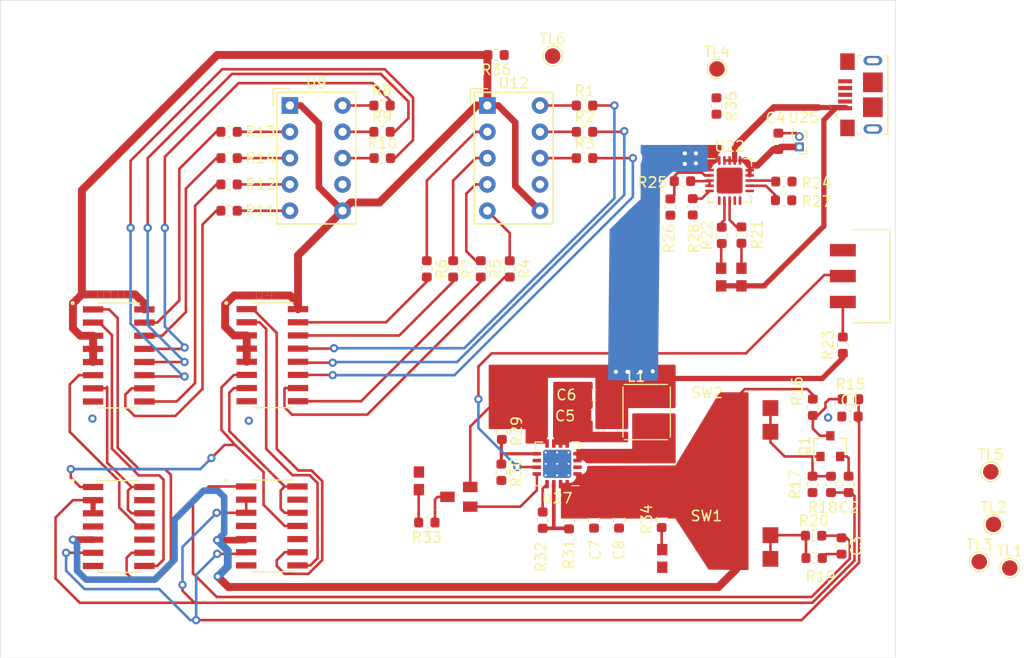
<source format=kicad_pcb>
(kicad_pcb (version 20171130) (host pcbnew "(5.1.5)-3")
  (layers (0 F.Cu signal) (31 B.Cu signal) (34 B.Paste user) (35 F.Paste user) (36 B.SilkS user) (37 F.SilkS user) (38 B.Mask user) (39 F.Mask user) (44 Edge.Cuts user))
  (net 0 "")
  (net 1 GND)
  (net 2 /Reset_GND)
  (net 3 /Reset)
  (net 4 /Push)
  (net 5 "Net-(C4-Pad1)")
  (net 6 +BATT)
  (net 7 +5V)
  (net 8 VBUS)
  (net 9 "Net-(D1-Pad1)")
  (net 10 "Net-(D2-Pad1)")
  (net 11 "Net-(D3-Pad2)")
  (net 12 "Net-(D4-Pad2)")
  (net 13 "Net-(J1-Pad4)")
  (net 14 "Net-(J1-Pad3)")
  (net 15 "Net-(J1-Pad2)")
  (net 16 "Net-(L1-Pad2)")
  (net 17 "Net-(Q1-Pad3)")
  (net 18 "Net-(Q1-Pad1)")
  (net 19 "Net-(Q2-Pad1)")
  (net 20 "Net-(Q2-Pad3)")
  (net 21 "Net-(R1-Pad2)")
  (net 22 "Net-(R1-Pad1)")
  (net 23 "Net-(R2-Pad2)")
  (net 24 "Net-(R2-Pad1)")
  (net 25 "Net-(R3-Pad2)")
  (net 26 "Net-(R3-Pad1)")
  (net 27 "Net-(R4-Pad2)")
  (net 28 "Net-(R4-Pad1)")
  (net 29 "Net-(R5-Pad2)")
  (net 30 "Net-(R5-Pad1)")
  (net 31 "Net-(R6-Pad2)")
  (net 32 "Net-(R6-Pad1)")
  (net 33 "Net-(R7-Pad2)")
  (net 34 "Net-(R7-Pad1)")
  (net 35 "Net-(R8-Pad2)")
  (net 36 "Net-(R8-Pad1)")
  (net 37 "Net-(R9-Pad2)")
  (net 38 "Net-(R9-Pad1)")
  (net 39 "Net-(R10-Pad2)")
  (net 40 "Net-(R10-Pad1)")
  (net 41 "Net-(R11-Pad2)")
  (net 42 "Net-(R11-Pad1)")
  (net 43 "Net-(R12-Pad2)")
  (net 44 "Net-(R12-Pad1)")
  (net 45 "Net-(R13-Pad2)")
  (net 46 "Net-(R13-Pad1)")
  (net 47 "Net-(R14-Pad2)")
  (net 48 "Net-(R14-Pad1)")
  (net 49 "Net-(R19-Pad1)")
  (net 50 "Net-(R21-Pad2)")
  (net 51 "Net-(R22-Pad2)")
  (net 52 "Net-(R23-Pad2)")
  (net 53 "Net-(R24-Pad1)")
  (net 54 "Net-(R25-Pad2)")
  (net 55 "Net-(R27-Pad1)")
  (net 56 "Net-(R28-Pad1)")
  (net 57 "Net-(R29-Pad2)")
  (net 58 "Net-(R31-Pad2)")
  (net 59 "Net-(R35-Pad1)")
  (net 60 "Net-(R36-Pad1)")
  (net 61 /Power/EN)
  (net 62 /A1)
  (net 63 /D1)
  (net 64 /C1)
  (net 65 /B1)
  (net 66 "Net-(U5-Pad7)")
  (net 67 "Net-(U9-Pad7)")
  (net 68 /A2)
  (net 69 /D2)
  (net 70 /C2)
  (net 71 /B2)
  (net 72 "Net-(U11-Pad7)")
  (net 73 "Net-(U12-Pad7)")
  (net 74 "Net-(U22-Pad6)")
  (net 75 "Net-(U27-Pad2)")
  (module Package_DFN_QFN:Texas_S-PVQFN-N16_EP2.7x2.7mm_ThermalVias (layer F.Cu) (at 114.681 132.3848 180)
    (fp_text reference U27 (at 0 -3.32) (layer F.SilkS))
    (fp_text value TPS61090)
    (pad 16 smd roundrect (at -0.975 -1.9625 180) (size 0.35 0.825) (layers F.Cu F.Paste F.Mask) (net 7 +5V))
    (pad 15 smd roundrect (at -0.325 -1.9625 180) (size 0.35 0.825) (layers F.Cu F.Paste F.Mask) (net 7 +5V))
    (pad 14 smd roundrect (at 0.325 -1.9625 180) (size 0.35 0.825) (layers F.Cu F.Paste F.Mask) (net 58 "Net-(R31-Pad2)"))
    (pad 13 smd roundrect (at 0.975 -1.9625 180) (size 0.35 0.825) (layers F.Cu F.Paste F.Mask) (net 1 GND))
    (pad 12 smd roundrect (at 1.9625 -0.975 180) (size 0.825 0.35) (layers F.Cu F.Paste F.Mask) (net 19 "Net-(Q2-Pad1)"))
    (pad 11 smd roundrect (at 1.9625 -0.325 180) (size 0.825 0.35) (layers F.Cu F.Paste F.Mask) (net 61 /Power/EN))
    (pad 10 smd roundrect (at 1.9625 0.325 180) (size 0.825 0.35) (layers F.Cu F.Paste F.Mask) (net 1 GND))
    (pad 9 smd roundrect (at 1.9625 0.975 180) (size 0.825 0.35) (layers F.Cu F.Paste F.Mask) (net 57 "Net-(R29-Pad2)"))
    (pad 8 smd roundrect (at 0.975 1.9625 180) (size 0.35 0.825) (layers F.Cu F.Paste F.Mask) (net 6 +BATT))
    (pad 7 smd roundrect (at 0.325 1.9625 180) (size 0.35 0.825) (layers F.Cu F.Paste F.Mask) (net 1 GND))
    (pad 6 smd roundrect (at -0.325 1.9625 180) (size 0.35 0.825) (layers F.Cu F.Paste F.Mask) (net 1 GND))
    (pad 5 smd roundrect (at -0.975 1.9625 180) (size 0.35 0.825) (layers F.Cu F.Paste F.Mask) (net 1 GND))
    (pad 4 smd roundrect (at -1.9625 0.975 180) (size 0.825 0.35) (layers F.Cu F.Paste F.Mask) (net 16 "Net-(L1-Pad2)"))
    (pad 3 smd roundrect (at -1.9625 0.325 180) (size 0.825 0.35) (layers F.Cu F.Paste F.Mask) (net 16 "Net-(L1-Pad2)"))
    (pad 2 smd roundrect (at -1.9625 -0.325 180) (size 0.825 0.35) (layers F.Cu F.Paste F.Mask) (net 75 "Net-(U27-Pad2)"))
    (pad 1 smd roundrect (at -1.9625 -0.975 180) (size 0.825 0.35) (layers F.Cu F.Paste F.Mask) (net 7 +5V))
    (pad 17 smd roundrect (at 0 0 180) (size 2.7 2.7) (layers B.Cu) (roundrect_rratio 0.09259299999999999) (net 1 GND))
    (pad 17 thru_hole circle (at 1.1 1.1 180) (size 0.5 0.5) (drill 0.2) (layers *.Cu) (net 1 GND))
    (pad 17 thru_hole circle (at 0 1.1 180) (size 0.5 0.5) (drill 0.2) (layers *.Cu) (net 1 GND))
    (pad 17 thru_hole circle (at -1.1 1.1 180) (size 0.5 0.5) (drill 0.2) (layers *.Cu) (net 1 GND))
    (pad 17 thru_hole circle (at 1.1 0 180) (size 0.5 0.5) (drill 0.2) (layers *.Cu) (net 1 GND))
    (pad 17 thru_hole circle (at 0 0 180) (size 0.5 0.5) (drill 0.2) (layers *.Cu) (net 1 GND))
    (pad 17 thru_hole circle (at -1.1 0 180) (size 0.5 0.5) (drill 0.2) (layers *.Cu) (net 1 GND))
    (pad 17 thru_hole circle (at 1.1 -1.1 180) (size 0.5 0.5) (drill 0.2) (layers *.Cu) (net 1 GND))
    (pad 17 thru_hole circle (at 0 -1.1 180) (size 0.5 0.5) (drill 0.2) (layers *.Cu) (net 1 GND))
    (pad 17 thru_hole circle (at -1.1 -1.1 180) (size 0.5 0.5) (drill 0.2) (layers *.Cu) (net 1 GND))
    (pad 17 smd roundrect (at 0 0 180) (size 2.7 2.7) (layers F.Cu F.Mask) (roundrect_rratio 0.09259299999999999) (net 1 GND))
  )
  (module Connector_PinHeader_1.00mm:PinHeader_1x02_P1.00mm_Vertical (layer F.Cu) (at 138.049 101.7905 180)
    (fp_text reference U25 (at -0.381 2.8575) (layer F.SilkS))
    (fp_text value Header)
    (pad 2 thru_hole oval (at 0 1 180) (size 0.85 0.85) (drill 0.5) (layers *.Cu *.Mask) (net 1 GND))
    (pad 1 thru_hole rect (at 0 0 180) (size 0.85 0.85) (drill 0.5) (layers *.Cu *.Mask) (net 5 "Net-(C4-Pad1)"))
  )
  (module Package_DFN_QFN:QFN-20-1EP_4x4mm_P0.5mm_EP2.5x2.5mm (layer F.Cu) (at 131.318 105.037)
    (fp_text reference U22 (at 0 -3.3) (layer F.SilkS))
    (fp_text value MCP73871)
    (pad 20 smd roundrect (at -1 -1.9375) (size 0.25 0.825) (layers F.Cu F.Paste F.Mask) (net 6 +BATT))
    (pad 19 smd roundrect (at -0.5 -1.9375) (size 0.25 0.825) (layers F.Cu F.Paste F.Mask) (net 8 VBUS))
    (pad 18 smd roundrect (at 0 -1.9375) (size 0.25 0.825) (layers F.Cu F.Paste F.Mask) (net 8 VBUS))
    (pad 17 smd roundrect (at 0.5 -1.9375) (size 0.25 0.825) (layers F.Cu F.Paste F.Mask) (net 8 VBUS))
    (pad 16 smd roundrect (at 1 -1.9375) (size 0.25 0.825) (layers F.Cu F.Paste F.Mask) (net 5 "Net-(C4-Pad1)"))
    (pad 15 smd roundrect (at 1.9375 -1) (size 0.825 0.25) (layers F.Cu F.Paste F.Mask) (net 5 "Net-(C4-Pad1)"))
    (pad 14 smd roundrect (at 1.9375 -0.5) (size 0.825 0.25) (layers F.Cu F.Paste F.Mask) (net 5 "Net-(C4-Pad1)"))
    (pad 13 smd roundrect (at 1.9375 0) (size 0.825 0.25) (layers F.Cu F.Paste F.Mask) (net 53 "Net-(R24-Pad1)"))
    (pad 12 smd roundrect (at 1.9375 0.5) (size 0.825 0.25) (layers F.Cu F.Paste F.Mask) (net 55 "Net-(R27-Pad1)"))
    (pad 11 smd roundrect (at 1.9375 1) (size 0.825 0.25) (layers F.Cu F.Paste F.Mask) (net 1 GND))
    (pad 10 smd roundrect (at 1 1.9375) (size 0.25 0.825) (layers F.Cu F.Paste F.Mask) (net 1 GND))
    (pad 9 smd roundrect (at 0.5 1.9375) (size 0.25 0.825) (layers F.Cu F.Paste F.Mask) (net 8 VBUS))
    (pad 8 smd roundrect (at 0 1.9375) (size 0.25 0.825) (layers F.Cu F.Paste F.Mask) (net 50 "Net-(R21-Pad2)"))
    (pad 7 smd roundrect (at -0.5 1.9375) (size 0.25 0.825) (layers F.Cu F.Paste F.Mask) (net 51 "Net-(R22-Pad2)"))
    (pad 6 smd roundrect (at -1 1.9375) (size 0.25 0.825) (layers F.Cu F.Paste F.Mask) (net 74 "Net-(U22-Pad6)"))
    (pad 5 smd roundrect (at -1.9375 1) (size 0.825 0.25) (layers F.Cu F.Paste F.Mask) (net 56 "Net-(R28-Pad1)"))
    (pad 4 smd roundrect (at -1.9375 0.5) (size 0.825 0.25) (layers F.Cu F.Paste F.Mask) (net 8 VBUS))
    (pad 3 smd roundrect (at -1.9375 0) (size 0.825 0.25) (layers F.Cu F.Paste F.Mask) (net 8 VBUS))
    (pad 2 smd roundrect (at -1.9375 -0.5) (size 0.825 0.25) (layers F.Cu F.Paste F.Mask) (net 54 "Net-(R25-Pad2)"))
    (pad 1 smd roundrect (at -1.9375 -1) (size 0.825 0.25) (layers F.Cu F.Paste F.Mask) (net 6 +BATT))
    (pad 21 smd roundrect (at 0 0) (size 2.5 2.5) (layers F.Cu F.Mask) (roundrect_rratio 0.1) (net 1 GND))
  )
  (module Display_7Segment:HDSP-A151 (layer F.Cu) (at 107.95 97.79)
    (fp_text reference U12 (at 2.54 -2.159) (layer F.SilkS))
    (fp_text value HDSP-A151)
    (pad 10 thru_hole circle (at 5.08 0) (size 1.6 1.6) (drill 0.8) (layers *.Cu *.Mask) (net 22 "Net-(R1-Pad1)"))
    (pad 9 thru_hole circle (at 5.08 2.54) (size 1.6 1.6) (drill 0.8) (layers *.Cu *.Mask) (net 24 "Net-(R2-Pad1)"))
    (pad 8 thru_hole circle (at 5.08 5.08) (size 1.6 1.6) (drill 0.8) (layers *.Cu *.Mask) (net 26 "Net-(R3-Pad1)"))
    (pad 7 thru_hole circle (at 5.08 7.62) (size 1.6 1.6) (drill 0.8) (layers *.Cu *.Mask) (net 73 "Net-(U12-Pad7)"))
    (pad 6 thru_hole circle (at 5.08 10.16) (size 1.6 1.6) (drill 0.8) (layers *.Cu *.Mask) (net 7 +5V))
    (pad 5 thru_hole circle (at 0 10.16) (size 1.6 1.6) (drill 0.8) (layers *.Cu *.Mask) (net 28 "Net-(R4-Pad1)"))
    (pad 4 thru_hole circle (at 0 7.62) (size 1.6 1.6) (drill 0.8) (layers *.Cu *.Mask) (net 30 "Net-(R5-Pad1)"))
    (pad 3 thru_hole circle (at 0 5.08) (size 1.6 1.6) (drill 0.8) (layers *.Cu *.Mask) (net 34 "Net-(R7-Pad1)"))
    (pad 2 thru_hole circle (at 0 2.54) (size 1.6 1.6) (drill 0.8) (layers *.Cu *.Mask) (net 32 "Net-(R6-Pad1)"))
    (pad 1 thru_hole rect (at 0 0) (size 1.6 1.6) (drill 0.8) (layers *.Cu *.Mask) (net 7 +5V))
  )
  (module "1_Jons_Footprints:SN74LS90DR - SOIC127P600X175-14N" (layer F.Cu) (at 72.39 138.43)
    (fp_text reference U11 (at -0.795 -5.242) (layer F.SilkS) (effects (font (thickness 0.015))))
    (fp_text value 74LS90)
    (pad 14 smd rect (at 2.475 -3.81) (size 1.97 0.6) (layers F.Cu F.Paste F.Mask) (net 68 /A2))
    (pad 13 smd rect (at 2.475 -2.54) (size 1.97 0.6) (layers F.Cu F.Paste F.Mask))
    (pad 12 smd rect (at 2.475 -1.27) (size 1.97 0.6) (layers F.Cu F.Paste F.Mask) (net 68 /A2))
    (pad 11 smd rect (at 2.475 0) (size 1.97 0.6) (layers F.Cu F.Paste F.Mask) (net 69 /D2))
    (pad 10 smd rect (at 2.475 1.27) (size 1.97 0.6) (layers F.Cu F.Paste F.Mask) (net 1 GND))
    (pad 9 smd rect (at 2.475 2.54) (size 1.97 0.6) (layers F.Cu F.Paste F.Mask) (net 71 /B2))
    (pad 8 smd rect (at 2.475 3.81) (size 1.97 0.6) (layers F.Cu F.Paste F.Mask) (net 70 /C2))
    (pad 7 smd rect (at -2.475 3.81) (size 1.97 0.6) (layers F.Cu F.Paste F.Mask) (net 72 "Net-(U11-Pad7)"))
    (pad 6 smd rect (at -2.475 2.54) (size 1.97 0.6) (layers F.Cu F.Paste F.Mask) (net 2 /Reset_GND))
    (pad 5 smd rect (at -2.475 1.27) (size 1.97 0.6) (layers F.Cu F.Paste F.Mask) (net 7 +5V))
    (pad 4 smd rect (at -2.475 0) (size 1.97 0.6) (layers F.Cu F.Paste F.Mask))
    (pad 3 smd rect (at -2.475 -1.27) (size 1.97 0.6) (layers F.Cu F.Paste F.Mask) (net 3 /Reset))
    (pad 2 smd rect (at -2.475 -2.54) (size 1.97 0.6) (layers F.Cu F.Paste F.Mask) (net 3 /Reset))
    (pad 1 smd rect (at -2.475 -3.81) (size 1.97 0.6) (layers F.Cu F.Paste F.Mask) (net 63 /D1))
  )
  (module "1_Jons_Footprints:SN74LS47D - SOIC127P600X175-16N" (layer F.Cu) (at 72.39 121.92)
    (fp_text reference U10 (at -0.795 -5.877) (layer F.SilkS) (effects (font (thickness 0.015))))
    (fp_text value 74LS47)
    (pad 16 smd rect (at 2.475 -4.445) (size 1.97 0.6) (layers F.Cu F.Paste F.Mask) (net 7 +5V))
    (pad 15 smd rect (at 2.475 -3.175) (size 1.97 0.6) (layers F.Cu F.Paste F.Mask) (net 45 "Net-(R13-Pad2)"))
    (pad 14 smd rect (at 2.475 -1.905) (size 1.97 0.6) (layers F.Cu F.Paste F.Mask) (net 47 "Net-(R14-Pad2)"))
    (pad 13 smd rect (at 2.475 -0.635) (size 1.97 0.6) (layers F.Cu F.Paste F.Mask) (net 35 "Net-(R8-Pad2)"))
    (pad 12 smd rect (at 2.475 0.635) (size 1.97 0.6) (layers F.Cu F.Paste F.Mask) (net 37 "Net-(R9-Pad2)"))
    (pad 11 smd rect (at 2.475 1.905) (size 1.97 0.6) (layers F.Cu F.Paste F.Mask) (net 39 "Net-(R10-Pad2)"))
    (pad 10 smd rect (at 2.475 3.175) (size 1.97 0.6) (layers F.Cu F.Paste F.Mask) (net 41 "Net-(R11-Pad2)"))
    (pad 9 smd rect (at 2.475 4.445) (size 1.97 0.6) (layers F.Cu F.Paste F.Mask) (net 43 "Net-(R12-Pad2)"))
    (pad 8 smd rect (at -2.475 4.445) (size 1.97 0.6) (layers F.Cu F.Paste F.Mask) (net 1 GND))
    (pad 7 smd rect (at -2.475 3.175) (size 1.97 0.6) (layers F.Cu F.Paste F.Mask) (net 68 /A2))
    (pad 6 smd rect (at -2.475 1.905) (size 1.97 0.6) (layers F.Cu F.Paste F.Mask) (net 69 /D2))
    (pad 5 smd rect (at -2.475 0.635) (size 1.97 0.6) (layers F.Cu F.Paste F.Mask) (net 7 +5V))
    (pad 4 smd rect (at -2.475 -0.635) (size 1.97 0.6) (layers F.Cu F.Paste F.Mask) (net 7 +5V))
    (pad 3 smd rect (at -2.475 -1.905) (size 1.97 0.6) (layers F.Cu F.Paste F.Mask) (net 7 +5V))
    (pad 2 smd rect (at -2.475 -3.175) (size 1.97 0.6) (layers F.Cu F.Paste F.Mask) (net 70 /C2))
    (pad 1 smd rect (at -2.475 -4.445) (size 1.97 0.6) (layers F.Cu F.Paste F.Mask) (net 71 /B2))
  )
  (module Display_7Segment:HDSP-A151 (layer F.Cu) (at 88.9 97.79)
    (fp_text reference U9 (at 2.54 -2.159) (layer F.SilkS))
    (fp_text value HDSP-A151)
    (pad 10 thru_hole circle (at 5.08 0) (size 1.6 1.6) (drill 0.8) (layers *.Cu *.Mask) (net 36 "Net-(R8-Pad1)"))
    (pad 9 thru_hole circle (at 5.08 2.54) (size 1.6 1.6) (drill 0.8) (layers *.Cu *.Mask) (net 38 "Net-(R9-Pad1)"))
    (pad 8 thru_hole circle (at 5.08 5.08) (size 1.6 1.6) (drill 0.8) (layers *.Cu *.Mask) (net 40 "Net-(R10-Pad1)"))
    (pad 7 thru_hole circle (at 5.08 7.62) (size 1.6 1.6) (drill 0.8) (layers *.Cu *.Mask) (net 67 "Net-(U9-Pad7)"))
    (pad 6 thru_hole circle (at 5.08 10.16) (size 1.6 1.6) (drill 0.8) (layers *.Cu *.Mask) (net 7 +5V))
    (pad 5 thru_hole circle (at 0 10.16) (size 1.6 1.6) (drill 0.8) (layers *.Cu *.Mask) (net 42 "Net-(R11-Pad1)"))
    (pad 4 thru_hole circle (at 0 7.62) (size 1.6 1.6) (drill 0.8) (layers *.Cu *.Mask) (net 44 "Net-(R12-Pad1)"))
    (pad 3 thru_hole circle (at 0 5.08) (size 1.6 1.6) (drill 0.8) (layers *.Cu *.Mask) (net 48 "Net-(R14-Pad1)"))
    (pad 2 thru_hole circle (at 0 2.54) (size 1.6 1.6) (drill 0.8) (layers *.Cu *.Mask) (net 46 "Net-(R13-Pad1)"))
    (pad 1 thru_hole rect (at 0 0) (size 1.6 1.6) (drill 0.8) (layers *.Cu *.Mask) (net 7 +5V))
  )
  (module "1_Jons_Footprints:SN74LS90DR - SOIC127P600X175-14N" (layer F.Cu) (at 87.1586 138.3792)
    (fp_text reference U5 (at -0.795 -5.242) (layer F.SilkS) (effects (font (thickness 0.015))))
    (fp_text value 74LS90)
    (pad 14 smd rect (at 2.475 -3.81) (size 1.97 0.6) (layers F.Cu F.Paste F.Mask) (net 62 /A1))
    (pad 13 smd rect (at 2.475 -2.54) (size 1.97 0.6) (layers F.Cu F.Paste F.Mask))
    (pad 12 smd rect (at 2.475 -1.27) (size 1.97 0.6) (layers F.Cu F.Paste F.Mask) (net 62 /A1))
    (pad 11 smd rect (at 2.475 0) (size 1.97 0.6) (layers F.Cu F.Paste F.Mask) (net 63 /D1))
    (pad 10 smd rect (at 2.475 1.27) (size 1.97 0.6) (layers F.Cu F.Paste F.Mask) (net 1 GND))
    (pad 9 smd rect (at 2.475 2.54) (size 1.97 0.6) (layers F.Cu F.Paste F.Mask) (net 65 /B1))
    (pad 8 smd rect (at 2.475 3.81) (size 1.97 0.6) (layers F.Cu F.Paste F.Mask) (net 64 /C1))
    (pad 7 smd rect (at -2.475 3.81) (size 1.97 0.6) (layers F.Cu F.Paste F.Mask) (net 66 "Net-(U5-Pad7)"))
    (pad 6 smd rect (at -2.475 2.54) (size 1.97 0.6) (layers F.Cu F.Paste F.Mask) (net 2 /Reset_GND))
    (pad 5 smd rect (at -2.475 1.27) (size 1.97 0.6) (layers F.Cu F.Paste F.Mask) (net 7 +5V))
    (pad 4 smd rect (at -2.475 0) (size 1.97 0.6) (layers F.Cu F.Paste F.Mask))
    (pad 3 smd rect (at -2.475 -1.27) (size 1.97 0.6) (layers F.Cu F.Paste F.Mask) (net 3 /Reset))
    (pad 2 smd rect (at -2.475 -2.54) (size 1.97 0.6) (layers F.Cu F.Paste F.Mask) (net 3 /Reset))
    (pad 1 smd rect (at -2.475 -3.81) (size 1.97 0.6) (layers F.Cu F.Paste F.Mask) (net 4 /Push))
  )
  (module "1_Jons_Footprints:SN74LS47D - SOIC127P600X175-16N" (layer F.Cu) (at 87.2094 121.8946)
    (fp_text reference U4 (at -0.795 -5.877) (layer F.SilkS) (effects (font (thickness 0.015))))
    (fp_text value 74LS47)
    (pad 16 smd rect (at 2.475 -4.445) (size 1.97 0.6) (layers F.Cu F.Paste F.Mask) (net 7 +5V))
    (pad 15 smd rect (at 2.475 -3.175) (size 1.97 0.6) (layers F.Cu F.Paste F.Mask) (net 31 "Net-(R6-Pad2)"))
    (pad 14 smd rect (at 2.475 -1.905) (size 1.97 0.6) (layers F.Cu F.Paste F.Mask) (net 33 "Net-(R7-Pad2)"))
    (pad 13 smd rect (at 2.475 -0.635) (size 1.97 0.6) (layers F.Cu F.Paste F.Mask) (net 21 "Net-(R1-Pad2)"))
    (pad 12 smd rect (at 2.475 0.635) (size 1.97 0.6) (layers F.Cu F.Paste F.Mask) (net 23 "Net-(R2-Pad2)"))
    (pad 11 smd rect (at 2.475 1.905) (size 1.97 0.6) (layers F.Cu F.Paste F.Mask) (net 25 "Net-(R3-Pad2)"))
    (pad 10 smd rect (at 2.475 3.175) (size 1.97 0.6) (layers F.Cu F.Paste F.Mask) (net 27 "Net-(R4-Pad2)"))
    (pad 9 smd rect (at 2.475 4.445) (size 1.97 0.6) (layers F.Cu F.Paste F.Mask) (net 29 "Net-(R5-Pad2)"))
    (pad 8 smd rect (at -2.475 4.445) (size 1.97 0.6) (layers F.Cu F.Paste F.Mask) (net 1 GND))
    (pad 7 smd rect (at -2.475 3.175) (size 1.97 0.6) (layers F.Cu F.Paste F.Mask) (net 62 /A1))
    (pad 6 smd rect (at -2.475 1.905) (size 1.97 0.6) (layers F.Cu F.Paste F.Mask) (net 63 /D1))
    (pad 5 smd rect (at -2.475 0.635) (size 1.97 0.6) (layers F.Cu F.Paste F.Mask) (net 7 +5V))
    (pad 4 smd rect (at -2.475 -0.635) (size 1.97 0.6) (layers F.Cu F.Paste F.Mask) (net 7 +5V))
    (pad 3 smd rect (at -2.475 -1.905) (size 1.97 0.6) (layers F.Cu F.Paste F.Mask) (net 7 +5V))
    (pad 2 smd rect (at -2.475 -3.175) (size 1.97 0.6) (layers F.Cu F.Paste F.Mask) (net 64 /C1))
    (pad 1 smd rect (at -2.475 -4.445) (size 1.97 0.6) (layers F.Cu F.Paste F.Mask) (net 65 /B1))
  )
  (module TestPoint:TestPoint_Pad_D1.5mm (layer F.Cu) (at 114.2492 93.0148)
    (fp_text reference TL6 (at 0 -1.648) (layer F.SilkS))
    (fp_text value TestLoop)
    (pad 1 smd circle (at 0 0) (size 1.5 1.5) (layers F.Cu F.Mask))
  )
  (module TestPoint:TestPoint_Pad_D1.5mm (layer F.Cu) (at 156.5148 133.1468)
    (fp_text reference TL5 (at 0 -1.648) (layer F.SilkS))
    (fp_text value TestLoop)
    (pad 1 smd circle (at 0 0) (size 1.5 1.5) (layers F.Cu F.Mask))
  )
  (module TestPoint:TestPoint_Pad_D1.5mm (layer F.Cu) (at 130.0988 94.2594)
    (fp_text reference TL4 (at 0 -1.648) (layer F.SilkS))
    (fp_text value TestLoop)
    (pad 1 smd circle (at 0 0) (size 1.5 1.5) (layers F.Cu F.Mask))
  )
  (module TestPoint:TestPoint_Pad_D1.5mm (layer F.Cu) (at 155.3972 141.8336)
    (fp_text reference TL3 (at 0 -1.648) (layer F.SilkS))
    (fp_text value TestLoop)
    (pad 1 smd circle (at 0 0) (size 1.5 1.5) (layers F.Cu F.Mask))
  )
  (module TestPoint:TestPoint_Pad_D1.5mm (layer F.Cu) (at 156.7688 138.2268)
    (fp_text reference TL2 (at 0 -1.648) (layer F.SilkS))
    (fp_text value TestLoop)
    (pad 1 smd circle (at 0 0) (size 1.5 1.5) (layers F.Cu F.Mask))
  )
  (module TestPoint:TestPoint_Pad_D1.5mm (layer F.Cu) (at 158.3436 142.4432)
    (fp_text reference TL1 (at 0 -1.648) (layer F.SilkS))
    (fp_text value TestLoop)
    (pad 1 smd circle (at 0 0) (size 1.5 1.5) (layers F.Cu F.Mask))
  )
  (module "1_Jons_Footprints:Push Button - 1241.1601.11" (layer F.Cu) (at 135.255 129.286 180)
    (fp_text reference SW2 (at 6.1214 3.7592) (layer F.SilkS))
    (fp_text value SW_Push)
    (pad 1 smd rect (at 0 0 180) (size 1.524 1.524) (layers F.Cu F.Paste F.Mask) (net 18 "Net-(Q1-Pad1)"))
    (pad 2 smd rect (at 3.302 0 180) (size 1.524 1.524) (layers F.Cu F.Paste F.Mask) (net 7 +5V))
    (pad 1 smd rect (at 0 2.286 180) (size 1.524 1.524) (layers F.Cu F.Paste F.Mask) (net 18 "Net-(Q1-Pad1)"))
    (pad 2 smd rect (at 3.302 2.286 180) (size 1.524 1.524) (layers F.Cu F.Paste F.Mask) (net 7 +5V))
  )
  (module "1_Jons_Footprints:Push Button - 1241.1601.11" (layer F.Cu) (at 135.255 141.5542 180)
    (fp_text reference SW1 (at 6.1722 4.1402) (layer F.SilkS))
    (fp_text value SW_Push)
    (pad 1 smd rect (at 0 0 180) (size 1.524 1.524) (layers F.Cu F.Paste F.Mask) (net 49 "Net-(R19-Pad1)"))
    (pad 2 smd rect (at 3.302 0 180) (size 1.524 1.524) (layers F.Cu F.Paste F.Mask) (net 7 +5V))
    (pad 1 smd rect (at 0 2.286 180) (size 1.524 1.524) (layers F.Cu F.Paste F.Mask) (net 49 "Net-(R19-Pad1)"))
    (pad 2 smd rect (at 3.302 2.286 180) (size 1.524 1.524) (layers F.Cu F.Paste F.Mask) (net 7 +5V))
  )
  (module 1_Jons_Footprints:SW_JS102011SAQN (layer F.Cu) (at 144.99 114.26 90)
    (fp_text reference S1 (at -5.438995 -0.175125 270) (layer F.SilkS) (effects (font (size 1.000732 1.000732) (thickness 0.015))))
    (fp_text value JS102011SAQN)
    (pad None np_thru_hole circle (at 3.4 0 90) (size 1 1) (drill 1) (layers *.Cu *.Mask))
    (pad None np_thru_hole circle (at -3.4 0 90) (size 1 1) (drill 1) (layers *.Cu *.Mask))
    (pad 3 smd rect (at 2.5 -2.75 90) (size 1.2 2.5) (layers F.Cu F.Paste F.Mask) (net 1 GND))
    (pad 2 smd rect (at 0 -2.75 90) (size 1.2 2.5) (layers F.Cu F.Paste F.Mask) (net 61 /Power/EN))
    (pad 1 smd rect (at -2.5 -2.75 90) (size 1.2 2.5) (layers F.Cu F.Paste F.Mask) (net 52 "Net-(R23-Pad2)"))
  )
  (module Resistor_SMD:R_0603_1608Metric (layer F.Cu) (at 108.7881 92.9132 180)
    (fp_text reference R36 (at 0 -1.43) (layer F.SilkS))
    (fp_text value 100k)
    (pad 2 smd roundrect (at 0.7875 0 180) (size 0.875 0.95) (layers F.Cu F.Paste F.Mask) (net 7 +5V))
    (pad 1 smd roundrect (at -0.7875 0 180) (size 0.875 0.95) (layers F.Cu F.Paste F.Mask) (net 60 "Net-(R36-Pad1)"))
  )
  (module Resistor_SMD:R_0603_1608Metric (layer F.Cu) (at 130.048 97.8409 270)
    (fp_text reference R35 (at 0 -1.43 90) (layer F.SilkS))
    (fp_text value 100k)
    (pad 2 smd roundrect (at 0.7875 0 270) (size 0.875 0.95) (layers F.Cu F.Paste F.Mask) (net 6 +BATT))
    (pad 1 smd roundrect (at -0.7875 0 270) (size 0.875 0.95) (layers F.Cu F.Paste F.Mask) (net 59 "Net-(R35-Pad1)"))
  )
  (module Resistor_SMD:R_0603_1608Metric (layer F.Cu) (at 124.7648 137.7441 90)
    (fp_text reference R34 (at 0 -1.43 90) (layer F.SilkS))
    (fp_text value 1k)
    (pad 2 smd roundrect (at 0.7875 0 90) (size 0.875 0.95) (layers F.Cu F.Paste F.Mask) (net 7 +5V))
    (pad 1 smd roundrect (at -0.7875 0 90) (size 0.875 0.95) (layers F.Cu F.Paste F.Mask) (net 12 "Net-(D4-Pad2)"))
  )
  (module Resistor_SMD:R_0603_1608Metric (layer F.Cu) (at 102.108 138.049 180)
    (fp_text reference R33 (at 0 -1.43) (layer F.SilkS))
    (fp_text value 1k)
    (pad 2 smd roundrect (at 0.7875 0 180) (size 0.875 0.95) (layers F.Cu F.Paste F.Mask) (net 11 "Net-(D3-Pad2)"))
    (pad 1 smd roundrect (at -0.7875 0 180) (size 0.875 0.95) (layers F.Cu F.Paste F.Mask) (net 20 "Net-(Q2-Pad3)"))
  )
  (module Resistor_SMD:R_0603_1608Metric (layer F.Cu) (at 113.284 137.8205 90)
    (fp_text reference R32 (at -3.5559 -0.1778 90) (layer F.SilkS))
    (fp_text value 200k)
    (pad 2 smd roundrect (at 0.7875 0 90) (size 0.875 0.95) (layers F.Cu F.Paste F.Mask) (net 1 GND))
    (pad 1 smd roundrect (at -0.7875 0 90) (size 0.875 0.95) (layers F.Cu F.Paste F.Mask) (net 58 "Net-(R31-Pad2)"))
  )
  (module Resistor_SMD:R_0603_1608Metric (layer F.Cu) (at 115.824 137.8712 270)
    (fp_text reference R31 (at 3.2258 0 90) (layer F.SilkS))
    (fp_text value 1.07M)
    (pad 2 smd roundrect (at 0.7875 0 270) (size 0.875 0.95) (layers F.Cu F.Paste F.Mask) (net 58 "Net-(R31-Pad2)"))
    (pad 1 smd roundrect (at -0.7875 0 270) (size 0.875 0.95) (layers F.Cu F.Paste F.Mask) (net 7 +5V))
  )
  (module Resistor_SMD:R_0603_1608Metric (layer F.Cu) (at 109.2962 133.1976 270)
    (fp_text reference R30 (at 0 -1.43 90) (layer F.SilkS))
    (fp_text value 340k)
    (pad 2 smd roundrect (at 0.7875 0 270) (size 0.875 0.95) (layers F.Cu F.Paste F.Mask) (net 1 GND))
    (pad 1 smd roundrect (at -0.7875 0 270) (size 0.875 0.95) (layers F.Cu F.Paste F.Mask) (net 57 "Net-(R29-Pad2)"))
  )
  (module Resistor_SMD:R_0603_1608Metric (layer F.Cu) (at 109.347 129.2352 270)
    (fp_text reference R29 (at 0 -1.43 90) (layer F.SilkS))
    (fp_text value 1.87M)
    (pad 2 smd roundrect (at 0.7875 0 270) (size 0.875 0.95) (layers F.Cu F.Paste F.Mask) (net 57 "Net-(R29-Pad2)"))
    (pad 1 smd roundrect (at -0.7875 0 270) (size 0.875 0.95) (layers F.Cu F.Paste F.Mask) (net 6 +BATT))
  )
  (module Resistor_SMD:R_0603_1608Metric (layer F.Cu) (at 127.762 107.569 270)
    (fp_text reference R28 (at 3.048 -0.127 90) (layer F.SilkS))
    (fp_text value 16k)
    (pad 2 smd roundrect (at 0.7875 0 270) (size 0.875 0.95) (layers F.Cu F.Paste F.Mask) (net 1 GND))
    (pad 1 smd roundrect (at -0.7875 0 270) (size 0.875 0.95) (layers F.Cu F.Paste F.Mask) (net 56 "Net-(R28-Pad1)"))
  )
  (module Resistor_SMD:R_0603_1608Metric (layer F.Cu) (at 136.525 106.934)
    (fp_text reference R27 (at 3.175 0.127) (layer F.SilkS))
    (fp_text value 100k)
    (pad 2 smd roundrect (at 0.7875 0) (size 0.875 0.95) (layers F.Cu F.Paste F.Mask) (net 1 GND))
    (pad 1 smd roundrect (at -0.7875 0) (size 0.875 0.95) (layers F.Cu F.Paste F.Mask) (net 55 "Net-(R27-Pad1)"))
  )
  (module Resistor_SMD:R_0603_1608Metric (layer F.Cu) (at 125.603 107.5945 270)
    (fp_text reference R26 (at 3.0225 0.127 90) (layer F.SilkS))
    (fp_text value 100k)
    (pad 2 smd roundrect (at 0.7875 0 270) (size 0.875 0.95) (layers F.Cu F.Paste F.Mask) (net 1 GND))
    (pad 1 smd roundrect (at -0.7875 0 270) (size 0.875 0.95) (layers F.Cu F.Paste F.Mask) (net 54 "Net-(R25-Pad2)"))
  )
  (module Resistor_SMD:R_0603_1608Metric (layer F.Cu) (at 126.7715 105.0925 180)
    (fp_text reference R25 (at 2.921 -0.127) (layer F.SilkS))
    (fp_text value 270k)
    (pad 2 smd roundrect (at 0.7875 0 180) (size 0.875 0.95) (layers F.Cu F.Paste F.Mask) (net 54 "Net-(R25-Pad2)"))
    (pad 1 smd roundrect (at -0.7875 0 180) (size 0.875 0.95) (layers F.Cu F.Paste F.Mask) (net 8 VBUS))
  )
  (module Resistor_SMD:R_0603_1608Metric (layer F.Cu) (at 136.5505 105.1306)
    (fp_text reference R24 (at 3.1495 0.1524) (layer F.SilkS))
    (fp_text value 1k)
    (pad 2 smd roundrect (at 0.7875 0) (size 0.875 0.95) (layers F.Cu F.Paste F.Mask) (net 1 GND))
    (pad 1 smd roundrect (at -0.7875 0) (size 0.875 0.95) (layers F.Cu F.Paste F.Mask) (net 53 "Net-(R24-Pad1)"))
  )
  (module Resistor_SMD:R_0603_1608Metric (layer F.Cu) (at 142.24 120.9295 90)
    (fp_text reference R23 (at 0 -1.43 90) (layer F.SilkS))
    (fp_text value 100k)
    (pad 2 smd roundrect (at 0.7875 0 90) (size 0.875 0.95) (layers F.Cu F.Paste F.Mask) (net 52 "Net-(R23-Pad2)"))
    (pad 1 smd roundrect (at -0.7875 0 90) (size 0.875 0.95) (layers F.Cu F.Paste F.Mask) (net 6 +BATT))
  )
  (module Resistor_SMD:R_0603_1608Metric (layer F.Cu) (at 130.556 110.325 90)
    (fp_text reference R22 (at 0 -1.43 90) (layer F.SilkS))
    (fp_text value 1k)
    (pad 2 smd roundrect (at 0.7875 0 90) (size 0.875 0.95) (layers F.Cu F.Paste F.Mask) (net 51 "Net-(R22-Pad2)"))
    (pad 1 smd roundrect (at -0.7875 0 90) (size 0.875 0.95) (layers F.Cu F.Paste F.Mask) (net 10 "Net-(D2-Pad1)"))
  )
  (module Resistor_SMD:R_0603_1608Metric (layer F.Cu) (at 132.461 110.2995 90)
    (fp_text reference R21 (at 0.0635 1.524 90) (layer F.SilkS))
    (fp_text value 1k)
    (pad 2 smd roundrect (at 0.7875 0 90) (size 0.875 0.95) (layers F.Cu F.Paste F.Mask) (net 50 "Net-(R21-Pad2)"))
    (pad 1 smd roundrect (at -0.7875 0 90) (size 0.875 0.95) (layers F.Cu F.Paste F.Mask) (net 9 "Net-(D1-Pad1)"))
  )
  (module Resistor_SMD:R_0603_1608Metric (layer F.Cu) (at 139.4205 139.319)
    (fp_text reference R20 (at 0 -1.43) (layer F.SilkS))
    (fp_text value 10k)
    (pad 2 smd roundrect (at 0.7875 0) (size 0.875 0.95) (layers F.Cu F.Paste F.Mask) (net 4 /Push))
    (pad 1 smd roundrect (at -0.7875 0) (size 0.875 0.95) (layers F.Cu F.Paste F.Mask) (net 49 "Net-(R19-Pad1)"))
  )
  (module Resistor_SMD:R_0603_1608Metric (layer F.Cu) (at 139.4715 141.478)
    (fp_text reference R19 (at 0.6095 1.778) (layer F.SilkS))
    (fp_text value 10k)
    (pad 2 smd roundrect (at 0.7875 0) (size 0.875 0.95) (layers F.Cu F.Paste F.Mask) (net 1 GND))
    (pad 1 smd roundrect (at -0.7875 0) (size 0.875 0.95) (layers F.Cu F.Paste F.Mask) (net 49 "Net-(R19-Pad1)"))
  )
  (module Resistor_SMD:R_0603_1608Metric (layer F.Cu) (at 141.097 134.3661 270)
    (fp_text reference R18 (at 2.2351 0.7874 180) (layer F.SilkS))
    (fp_text value 10k)
    (pad 2 smd roundrect (at 0.7875 0 270) (size 0.875 0.95) (layers F.Cu F.Paste F.Mask) (net 3 /Reset))
    (pad 1 smd roundrect (at -0.7875 0 270) (size 0.875 0.95) (layers F.Cu F.Paste F.Mask) (net 18 "Net-(Q1-Pad1)"))
  )
  (module Resistor_SMD:R_0603_1608Metric (layer F.Cu) (at 139.319 134.3661 270)
    (fp_text reference R17 (at -0.0001 1.7018 90) (layer F.SilkS))
    (fp_text value 10k)
    (pad 2 smd roundrect (at 0.7875 0 270) (size 0.875 0.95) (layers F.Cu F.Paste F.Mask) (net 1 GND))
    (pad 1 smd roundrect (at -0.7875 0 270) (size 0.875 0.95) (layers F.Cu F.Paste F.Mask) (net 18 "Net-(Q1-Pad1)"))
  )
  (module Resistor_SMD:R_0603_1608Metric (layer F.Cu) (at 139.3444 126.9239 90)
    (fp_text reference R16 (at 1.5495 -1.4986 90) (layer F.SilkS))
    (fp_text value 100k)
    (pad 2 smd roundrect (at 0.7875 0 90) (size 0.875 0.95) (layers F.Cu F.Paste F.Mask) (net 7 +5V))
    (pad 1 smd roundrect (at -0.7875 0 90) (size 0.875 0.95) (layers F.Cu F.Paste F.Mask) (net 17 "Net-(Q1-Pad3)"))
  )
  (module Resistor_SMD:R_0603_1608Metric (layer F.Cu) (at 142.9765 126.1364)
    (fp_text reference R15 (at 0 -1.43) (layer F.SilkS))
    (fp_text value 10k)
    (pad 2 smd roundrect (at 0.7875 0) (size 0.875 0.95) (layers F.Cu F.Paste F.Mask) (net 2 /Reset_GND))
    (pad 1 smd roundrect (at -0.7875 0) (size 0.875 0.95) (layers F.Cu F.Paste F.Mask) (net 17 "Net-(Q1-Pad3)"))
  )
  (module Resistor_SMD:R_0603_1608Metric (layer F.Cu) (at 83.0325 102.87 180)
    (fp_text reference R14 (at -3.0225 0) (layer F.SilkS))
    (fp_text value 3.3k)
    (pad 2 smd roundrect (at 0.7875 0 180) (size 0.875 0.95) (layers F.Cu F.Paste F.Mask) (net 47 "Net-(R14-Pad2)"))
    (pad 1 smd roundrect (at -0.7875 0 180) (size 0.875 0.95) (layers F.Cu F.Paste F.Mask) (net 48 "Net-(R14-Pad1)"))
  )
  (module Resistor_SMD:R_0603_1608Metric (layer F.Cu) (at 83.0325 100.33 180)
    (fp_text reference R13 (at -3.0225 0) (layer F.SilkS))
    (fp_text value 3.3k)
    (pad 2 smd roundrect (at 0.7875 0 180) (size 0.875 0.95) (layers F.Cu F.Paste F.Mask) (net 45 "Net-(R13-Pad2)"))
    (pad 1 smd roundrect (at -0.7875 0 180) (size 0.875 0.95) (layers F.Cu F.Paste F.Mask) (net 46 "Net-(R13-Pad1)"))
  )
  (module Resistor_SMD:R_0603_1608Metric (layer F.Cu) (at 83.0325 105.41 180)
    (fp_text reference R12 (at -3.0225 0) (layer F.SilkS))
    (fp_text value 3.3k)
    (pad 2 smd roundrect (at 0.7875 0 180) (size 0.875 0.95) (layers F.Cu F.Paste F.Mask) (net 43 "Net-(R12-Pad2)"))
    (pad 1 smd roundrect (at -0.7875 0 180) (size 0.875 0.95) (layers F.Cu F.Paste F.Mask) (net 44 "Net-(R12-Pad1)"))
  )
  (module Resistor_SMD:R_0603_1608Metric (layer F.Cu) (at 83.0325 107.95 180)
    (fp_text reference R11 (at -3.0225 0) (layer F.SilkS))
    (fp_text value 3.3k)
    (pad 2 smd roundrect (at 0.7875 0 180) (size 0.875 0.95) (layers F.Cu F.Paste F.Mask) (net 41 "Net-(R11-Pad2)"))
    (pad 1 smd roundrect (at -0.7875 0 180) (size 0.875 0.95) (layers F.Cu F.Paste F.Mask) (net 42 "Net-(R11-Pad1)"))
  )
  (module Resistor_SMD:R_0603_1608Metric (layer F.Cu) (at 97.8155 102.87)
    (fp_text reference R10 (at 0 -1.43) (layer F.SilkS))
    (fp_text value 3.3k)
    (pad 2 smd roundrect (at 0.7875 0) (size 0.875 0.95) (layers F.Cu F.Paste F.Mask) (net 39 "Net-(R10-Pad2)"))
    (pad 1 smd roundrect (at -0.7875 0) (size 0.875 0.95) (layers F.Cu F.Paste F.Mask) (net 40 "Net-(R10-Pad1)"))
  )
  (module Resistor_SMD:R_0603_1608Metric (layer F.Cu) (at 97.79 100.33)
    (fp_text reference R9 (at 0 -1.43) (layer F.SilkS))
    (fp_text value 3.3k)
    (pad 2 smd roundrect (at 0.7875 0) (size 0.875 0.95) (layers F.Cu F.Paste F.Mask) (net 37 "Net-(R9-Pad2)"))
    (pad 1 smd roundrect (at -0.7875 0) (size 0.875 0.95) (layers F.Cu F.Paste F.Mask) (net 38 "Net-(R9-Pad1)"))
  )
  (module Resistor_SMD:R_0603_1608Metric (layer F.Cu) (at 97.79 97.79)
    (fp_text reference R8 (at 0 -1.43) (layer F.SilkS))
    (fp_text value 3.3k)
    (pad 2 smd roundrect (at 0.7875 0) (size 0.875 0.95) (layers F.Cu F.Paste F.Mask) (net 35 "Net-(R8-Pad2)"))
    (pad 1 smd roundrect (at -0.7875 0) (size 0.875 0.95) (layers F.Cu F.Paste F.Mask) (net 36 "Net-(R8-Pad1)"))
  )
  (module Resistor_SMD:R_0603_1608Metric (layer F.Cu) (at 104.648 113.5635 270)
    (fp_text reference R7 (at 0 -1.43 90) (layer F.SilkS))
    (fp_text value 3.3k)
    (pad 2 smd roundrect (at 0.7875 0 270) (size 0.875 0.95) (layers F.Cu F.Paste F.Mask) (net 33 "Net-(R7-Pad2)"))
    (pad 1 smd roundrect (at -0.7875 0 270) (size 0.875 0.95) (layers F.Cu F.Paste F.Mask) (net 34 "Net-(R7-Pad1)"))
  )
  (module Resistor_SMD:R_0603_1608Metric (layer F.Cu) (at 102.108 113.5635 270)
    (fp_text reference R6 (at 0 -1.43 90) (layer F.SilkS))
    (fp_text value 3.3k)
    (pad 2 smd roundrect (at 0.7875 0 270) (size 0.875 0.95) (layers F.Cu F.Paste F.Mask) (net 31 "Net-(R6-Pad2)"))
    (pad 1 smd roundrect (at -0.7875 0 270) (size 0.875 0.95) (layers F.Cu F.Paste F.Mask) (net 32 "Net-(R6-Pad1)"))
  )
  (module Resistor_SMD:R_0603_1608Metric (layer F.Cu) (at 107.315 113.5635 270)
    (fp_text reference R5 (at 0 -1.43 90) (layer F.SilkS))
    (fp_text value 3.3k)
    (pad 2 smd roundrect (at 0.7875 0 270) (size 0.875 0.95) (layers F.Cu F.Paste F.Mask) (net 29 "Net-(R5-Pad2)"))
    (pad 1 smd roundrect (at -0.7875 0 270) (size 0.875 0.95) (layers F.Cu F.Paste F.Mask) (net 30 "Net-(R5-Pad1)"))
  )
  (module Resistor_SMD:R_0603_1608Metric (layer F.Cu) (at 110.109 113.5635 270)
    (fp_text reference R4 (at 0 -1.43 90) (layer F.SilkS))
    (fp_text value 3.3k)
    (pad 2 smd roundrect (at 0.7875 0 270) (size 0.875 0.95) (layers F.Cu F.Paste F.Mask) (net 27 "Net-(R4-Pad2)"))
    (pad 1 smd roundrect (at -0.7875 0 270) (size 0.875 0.95) (layers F.Cu F.Paste F.Mask) (net 28 "Net-(R4-Pad1)"))
  )
  (module Resistor_SMD:R_0603_1608Metric (layer F.Cu) (at 117.3225 102.87)
    (fp_text reference R3 (at 0 -1.43) (layer F.SilkS))
    (fp_text value 3.3k)
    (pad 2 smd roundrect (at 0.7875 0) (size 0.875 0.95) (layers F.Cu F.Paste F.Mask) (net 25 "Net-(R3-Pad2)"))
    (pad 1 smd roundrect (at -0.7875 0) (size 0.875 0.95) (layers F.Cu F.Paste F.Mask) (net 26 "Net-(R3-Pad1)"))
  )
  (module Resistor_SMD:R_0603_1608Metric (layer F.Cu) (at 117.3225 100.33)
    (fp_text reference R2 (at 0 -1.43) (layer F.SilkS))
    (fp_text value 3.3k)
    (pad 2 smd roundrect (at 0.7875 0) (size 0.875 0.95) (layers F.Cu F.Paste F.Mask) (net 23 "Net-(R2-Pad2)"))
    (pad 1 smd roundrect (at -0.7875 0) (size 0.875 0.95) (layers F.Cu F.Paste F.Mask) (net 24 "Net-(R2-Pad1)"))
  )
  (module Resistor_SMD:R_0603_1608Metric (layer F.Cu) (at 117.3225 97.79)
    (fp_text reference R1 (at 0 -1.43) (layer F.SilkS))
    (fp_text value 3.3k)
    (pad 2 smd roundrect (at 0.7875 0) (size 0.875 0.95) (layers F.Cu F.Paste F.Mask) (net 21 "Net-(R1-Pad2)"))
    (pad 1 smd roundrect (at -0.7875 0) (size 0.875 0.95) (layers F.Cu F.Paste F.Mask) (net 22 "Net-(R1-Pad1)"))
  )
  (module 1_Jons_Footprints:SOT95P240X111-3N (layer F.Cu) (at 105.199 135.57 90)
    (fp_text reference Q2 (at 1.021835 -3.045485 90) (layer F.SilkS) (effects (font (size 1.001803 1.001803) (thickness 0.015))))
    (fp_text value MMUN2133LT1G)
    (pad 1 smd rect (at -0.95 1.1 90) (size 1 1.4) (layers F.Cu F.Paste F.Mask) (net 19 "Net-(Q2-Pad1)"))
    (pad 2 smd rect (at 0.95 1.1 90) (size 1 1.4) (layers F.Cu F.Paste F.Mask) (net 6 +BATT))
    (pad 3 smd rect (at 0 -1.1 90) (size 1 1.4) (layers F.Cu F.Paste F.Mask) (net 20 "Net-(Q2-Pad3)"))
  )
  (module Package_TO_SOT_SMD:SOT-23 (layer F.Cu) (at 141.031 130.6736 90)
    (fp_text reference Q1 (at 0 -2.5 90) (layer F.SilkS))
    (fp_text value BSS138)
    (pad 3 smd rect (at 1 0 90) (size 0.9 0.8) (layers F.Cu F.Paste F.Mask) (net 17 "Net-(Q1-Pad3)"))
    (pad 2 smd rect (at -1 0.95 90) (size 0.9 0.8) (layers F.Cu F.Paste F.Mask) (net 1 GND))
    (pad 1 smd rect (at -1 -0.95 90) (size 0.9 0.8) (layers F.Cu F.Paste F.Mask) (net 18 "Net-(Q1-Pad1)"))
  )
  (module 1_Jons_Footprints:SD43-562 (layer F.Cu) (at 123.317 125.73 270)
    (fp_text reference L1 (at -1.778 1.016 180) (layer F.SilkS))
    (fp_text value 6.8uH)
    (pad 1 smd rect (at 0 0 270) (size 1.55 2.06) (layers F.Cu F.Paste F.Mask) (net 6 +BATT))
    (pad 2 smd rect (at 3.28 0 270) (size 1.55 2.06) (layers F.Cu F.Paste F.Mask) (net 16 "Net-(L1-Pad2)"))
  )
  (module 1_Jons_Footprints:FCI_10118193-0001LF (layer F.Cu) (at 145.1356 96.7548 90)
    (fp_text reference J1 (at -0.67941 -4.48892 90) (layer F.SilkS) (effects (font (thickness 0.015))))
    (fp_text value USB_B_Micro)
    (pad S6 thru_hole oval (at 3.3 0 90) (size 0.9 1.8) (drill oval 0.5 1.2) (layers *.Cu *.Mask))
    (pad S5 thru_hole oval (at -3.3 0 90) (size 0.9 1.8) (drill oval 0.5 1.2) (layers *.Cu *.Mask))
    (pad None np_thru_hole circle (at 3.3 0 90) (size 0.5 0.5) (drill 0.5) (layers *.Cu *.Mask))
    (pad None np_thru_hole circle (at -3.3 0 90) (size 0.5 0.5) (drill 0.5) (layers *.Cu *.Mask))
    (pad S3 smd rect (at 1.2 0 90) (size 1.9 1.9) (layers F.Cu F.Paste F.Mask))
    (pad S4 smd rect (at -1.2 0 90) (size 1.9 1.9) (layers F.Cu F.Paste F.Mask))
    (pad S2 smd rect (at 3.2 -2.45 90) (size 1.6 1.4) (layers F.Cu F.Paste F.Mask))
    (pad S1 smd rect (at -3.2 -2.45 90) (size 1.6 1.4) (layers F.Cu F.Paste F.Mask))
    (pad 5 smd rect (at 1.3 -2.675 90) (size 0.4 1.35) (layers F.Cu F.Paste F.Mask) (net 1 GND))
    (pad 4 smd rect (at 0.65 -2.675 90) (size 0.4 1.35) (layers F.Cu F.Paste F.Mask) (net 13 "Net-(J1-Pad4)"))
    (pad 3 smd rect (at 0 -2.675 90) (size 0.4 1.35) (layers F.Cu F.Paste F.Mask) (net 14 "Net-(J1-Pad3)"))
    (pad 2 smd rect (at -0.65 -2.675 90) (size 0.4 1.35) (layers F.Cu F.Paste F.Mask) (net 15 "Net-(J1-Pad2)"))
    (pad 1 smd rect (at -1.3 -2.675 90) (size 0.4 1.35) (layers F.Cu F.Paste F.Mask) (net 8 VBUS))
  )
  (module "1_Jons_Footprints:LTST-C193KGKT-5A - 0603" (layer F.Cu) (at 124.8156 141.5152 90)
    (fp_text reference D4 (at -0.088 -1.524 90) (layer F.SilkS) (effects (font (size 1.003181 1.003181) (thickness 0.015))))
    (fp_text value LED)
    (pad 2 smd rect (at 0.85 0 90) (size 1.1 1) (layers F.Cu F.Paste F.Mask) (net 12 "Net-(D4-Pad2)"))
    (pad 1 smd rect (at -0.85 0 90) (size 1.1 1) (layers F.Cu F.Paste F.Mask) (net 1 GND))
  )
  (module "1_Jons_Footprints:LTST-C193KGKT-5A - 0603" (layer F.Cu) (at 101.346 134.024 270)
    (fp_text reference D3 (at 2.548079 -1.274041 90) (layer F.SilkS) (effects (font (size 1.003181 1.003181) (thickness 0.015))))
    (fp_text value LED)
    (pad 2 smd rect (at 0.85 0 270) (size 1.1 1) (layers F.Cu F.Paste F.Mask) (net 11 "Net-(D3-Pad2)"))
    (pad 1 smd rect (at -0.85 0 270) (size 1.1 1) (layers F.Cu F.Paste F.Mask) (net 1 GND))
  )
  (module "1_Jons_Footprints:LTST-C193KGKT-5A - 0603" (layer F.Cu) (at 130.5052 114.3508 270)
    (fp_text reference D2 (at 2.548079 -1.274041 90) (layer F.SilkS) (effects (font (size 1.003181 1.003181) (thickness 0.015))))
    (fp_text value LED)
    (pad 2 smd rect (at 0.85 0 270) (size 1.1 1) (layers F.Cu F.Paste F.Mask) (net 8 VBUS))
    (pad 1 smd rect (at -0.85 0 270) (size 1.1 1) (layers F.Cu F.Paste F.Mask) (net 10 "Net-(D2-Pad1)"))
  )
  (module "1_Jons_Footprints:LTST-C193KGKT-5A - 0603" (layer F.Cu) (at 132.461 114.3508 270)
    (fp_text reference D1 (at 2.548079 -1.274041 90) (layer F.SilkS) (effects (font (size 1.003181 1.003181) (thickness 0.015))))
    (fp_text value LED)
    (pad 2 smd rect (at 0.85 0 270) (size 1.1 1) (layers F.Cu F.Paste F.Mask) (net 8 VBUS))
    (pad 1 smd rect (at -0.85 0 270) (size 1.1 1) (layers F.Cu F.Paste F.Mask) (net 9 "Net-(D1-Pad1)"))
  )
  (module Capacitor_SMD:C_0603_1608Metric (layer F.Cu) (at 120.65 137.795 270)
    (fp_text reference C8 (at 2.921 0 90) (layer F.SilkS))
    (fp_text value 100uF)
    (pad 2 smd roundrect (at 0.7875 0 270) (size 0.875 0.95) (layers F.Cu F.Paste F.Mask) (net 1 GND))
    (pad 1 smd roundrect (at -0.7875 0 270) (size 0.875 0.95) (layers F.Cu F.Paste F.Mask) (net 7 +5V))
  )
  (module Capacitor_SMD:C_0603_1608Metric (layer F.Cu) (at 118.237 137.795 270)
    (fp_text reference C7 (at 2.921 -0.127 90) (layer F.SilkS))
    (fp_text value 2.2uF)
    (pad 2 smd roundrect (at 0.7875 0 270) (size 0.875 0.95) (layers F.Cu F.Paste F.Mask) (net 1 GND))
    (pad 1 smd roundrect (at -0.7875 0 270) (size 0.875 0.95) (layers F.Cu F.Paste F.Mask) (net 7 +5V))
  )
  (module Capacitor_SMD:C_0603_1608Metric (layer F.Cu) (at 118.2115 125.73 180)
    (fp_text reference C6 (at 2.6415 0) (layer F.SilkS))
    (fp_text value 0.1uF)
    (pad 2 smd roundrect (at 0.7875 0 180) (size 0.875 0.95) (layers F.Cu F.Paste F.Mask) (net 1 GND))
    (pad 1 smd roundrect (at -0.7875 0 180) (size 0.875 0.95) (layers F.Cu F.Paste F.Mask) (net 6 +BATT))
  )
  (module Capacitor_SMD:C_0603_1608Metric (layer F.Cu) (at 118.1355 127.635 180)
    (fp_text reference C5 (at 2.6925 -0.127) (layer F.SilkS))
    (fp_text value 10uF)
    (pad 2 smd roundrect (at 0.7875 0 180) (size 0.875 0.95) (layers F.Cu F.Paste F.Mask) (net 1 GND))
    (pad 1 smd roundrect (at -0.7875 0 180) (size 0.875 0.95) (layers F.Cu F.Paste F.Mask) (net 6 +BATT))
  )
  (module Capacitor_SMD:C_0603_1608Metric (layer F.Cu) (at 136.017 101.2445 90)
    (fp_text reference C4 (at 2.248 -0.254 180) (layer F.SilkS))
    (fp_text value 10uF)
    (pad 2 smd roundrect (at 0.7875 0 90) (size 0.875 0.95) (layers F.Cu F.Paste F.Mask) (net 1 GND))
    (pad 1 smd roundrect (at -0.7875 0 90) (size 0.875 0.95) (layers F.Cu F.Paste F.Mask) (net 5 "Net-(C4-Pad1)"))
  )
  (module Capacitor_SMD:C_0603_1608Metric (layer F.Cu) (at 142.113 140.3095 270)
    (fp_text reference C3 (at 0 -1.43 90) (layer F.SilkS))
    (fp_text value 0.1uF)
    (pad 2 smd roundrect (at 0.7875 0 270) (size 0.875 0.95) (layers F.Cu F.Paste F.Mask) (net 1 GND))
    (pad 1 smd roundrect (at -0.7875 0 270) (size 0.875 0.95) (layers F.Cu F.Paste F.Mask) (net 4 /Push))
  )
  (module Capacitor_SMD:C_0603_1608Metric (layer F.Cu) (at 142.7988 134.366 90)
    (fp_text reference C2 (at -2.2352 0.0508 180) (layer F.SilkS))
    (fp_text value 0.1uF)
    (pad 2 smd roundrect (at 0.7875 0 90) (size 0.875 0.95) (layers F.Cu F.Paste F.Mask) (net 1 GND))
    (pad 1 smd roundrect (at -0.7875 0 90) (size 0.875 0.95) (layers F.Cu F.Paste F.Mask) (net 3 /Reset))
  )
  (module Capacitor_SMD:C_0603_1608Metric (layer F.Cu) (at 142.9257 127.8128 180)
    (fp_text reference C1 (at -0.0509 1.5494) (layer F.SilkS))
    (fp_text value 0.1uF)
    (pad 2 smd roundrect (at 0.7875 0 180) (size 0.875 0.95) (layers F.Cu F.Paste F.Mask) (net 1 GND))
    (pad 1 smd roundrect (at -0.7875 0 180) (size 0.875 0.95) (layers F.Cu F.Paste F.Mask) (net 2 /Reset_GND))
  )
  (gr_line (start 147.32 151.13) (end 60.96 151.13) (layer Edge.Cuts) (width 0.05))
  (gr_line (start 147.32 87.63) (end 147.32 151.13) (layer Edge.Cuts) (width 0.05))
  (gr_line (start 60.96 87.63) (end 147.32 87.63) (layer Edge.Cuts) (width 0.05))
  (gr_line (start 60.96 151.13) (end 60.96 87.63) (layer Edge.Cuts) (width 0.05))
  (via (at 69.85 128.016) (size 0.8) (drill 0.4) (layers F.Cu B.Cu) (net 0))
  (via (at 84.9376 128.2192) (size 0.8) (drill 0.4) (layers F.Cu B.Cu) (net 0))
  (via (at 140.8176 127.9144) (size 0.8) (drill 0.4) (layers F.Cu B.Cu) (net 0))
  (via (at 127 102.4128) (size 0.8) (drill 0.4) (layers F.Cu B.Cu) (net 6))
  (via (at 127 103.4288) (size 0.8) (drill 0.4) (layers F.Cu B.Cu) (net 6))
  (via (at 128.0668 103.378) (size 0.8) (drill 0.4) (layers F.Cu B.Cu) (net 6))
  (via (at 128.0668 102.4128) (size 0.8) (drill 0.4) (layers F.Cu B.Cu) (net 6))
  (segment (start 114.356 130.4223) (end 115.656 130.4223) (width 0.25) (layer F.Cu) (net 1))
  (segment (start 113.284 134.7693) (end 113.706 134.3473) (width 0.25) (layer F.Cu) (net 1))
  (segment (start 113.284 137.033) (end 113.284 134.7693) (width 0.25) (layer F.Cu) (net 1))
  (segment (start 140.64 141.097) (end 140.259 141.478) (width 0.25) (layer F.Cu) (net 1))
  (segment (start 142.113 141.097) (end 140.64 141.097) (width 0.25) (layer F.Cu) (net 1))
  (segment (start 137.7155 100.457) (end 138.049 100.7905) (width 0.25) (layer F.Cu) (net 1))
  (segment (start 136.017 100.457) (end 137.7155 100.457) (width 0.25) (layer F.Cu) (net 1))
  (segment (start 142.9765 133.7491) (end 142.9765 133.5786) (width 0.25) (layer F.Cu) (net 1))
  (segment (start 142.631 131.6736) (end 141.981 131.6736) (width 0.25) (layer F.Cu) (net 1))
  (segment (start 142.7988 131.8414) (end 142.631 131.6736) (width 0.25) (layer F.Cu) (net 1))
  (segment (start 142.7988 133.5785) (end 142.7988 131.8414) (width 0.25) (layer F.Cu) (net 1))
  (segment (start 143.764 127.762) (end 143.7132 127.8128) (width 0.25) (layer F.Cu) (net 2))
  (segment (start 143.764 126.1364) (end 143.764 127.762) (width 0.25) (layer F.Cu) (net 2))
  (segment (start 143.813028 141.913786) (end 138.254414 147.4724) (width 0.25) (layer F.Cu) (net 2))
  (segment (start 143.7132 127.8128) (end 143.7132 128.2878) (width 0.25) (layer F.Cu) (net 2))
  (segment (start 143.813028 128.387628) (end 143.813028 141.913786) (width 0.25) (layer F.Cu) (net 2))
  (segment (start 143.7132 128.2878) (end 143.813028 128.387628) (width 0.25) (layer F.Cu) (net 2))
  (segment (start 138.254414 147.4724) (end 79.8576 147.4724) (width 0.25) (layer F.Cu) (net 2))
  (via (at 79.8576 147.4724) (size 0.8) (drill 0.4) (layers F.Cu B.Cu) (net 2))
  (segment (start 79.8576 147.4724) (end 79.8576 143.1036) (width 0.25) (layer B.Cu) (net 2))
  (via (at 81.8896 141.0716) (size 0.8) (drill 0.4) (layers F.Cu B.Cu) (net 2))
  (segment (start 79.8576 143.1036) (end 81.8896 141.0716) (width 0.25) (layer B.Cu) (net 2))
  (segment (start 84.5312 141.0716) (end 84.6836 140.9192) (width 0.25) (layer F.Cu) (net 2))
  (segment (start 81.8896 141.0716) (end 84.5312 141.0716) (width 0.25) (layer F.Cu) (net 2))
  (segment (start 79.291915 147.4724) (end 76.294715 144.4752) (width 0.25) (layer B.Cu) (net 2))
  (segment (start 79.8576 147.4724) (end 79.291915 147.4724) (width 0.25) (layer B.Cu) (net 2))
  (segment (start 76.294715 144.4752) (end 69.088 144.4752) (width 0.25) (layer B.Cu) (net 2))
  (via (at 67.31 140.97) (size 0.8) (drill 0.4) (layers F.Cu B.Cu) (net 2))
  (segment (start 69.088 144.4752) (end 67.31 142.6972) (width 0.25) (layer B.Cu) (net 2))
  (segment (start 67.31 142.6972) (end 67.31 140.97) (width 0.25) (layer B.Cu) (net 2))
  (segment (start 67.31 140.97) (end 69.915 140.97) (width 0.25) (layer F.Cu) (net 2))
  (segment (start 69.915 135.89) (end 69.915 137.16) (width 0.508) (layer F.Cu) (net 3))
  (segment (start 84.6836 135.8392) (end 84.6836 137.1092) (width 0.25) (layer F.Cu) (net 3))
  (segment (start 141.097 135.1536) (end 141.1988 135.1536) (width 0.25) (layer F.Cu) (net 3))
  (segment (start 141.1989 135.1535) (end 142.7988 135.1535) (width 0.25) (layer F.Cu) (net 3))
  (segment (start 141.1988 135.1536) (end 141.1989 135.1535) (width 0.25) (layer F.Cu) (net 3))
  (segment (start 67.9704 135.89) (end 69.915 135.89) (width 0.25) (layer F.Cu) (net 3))
  (segment (start 66.294 137.5664) (end 67.9704 135.89) (width 0.25) (layer F.Cu) (net 3))
  (segment (start 143.0275 135.1535) (end 143.36302 135.48902) (width 0.25) (layer F.Cu) (net 3))
  (segment (start 66.294 143.4592) (end 66.294 137.5664) (width 0.25) (layer F.Cu) (net 3))
  (segment (start 142.7988 135.1535) (end 143.0275 135.1535) (width 0.25) (layer F.Cu) (net 3))
  (segment (start 143.363019 141.727385) (end 139.294404 145.796) (width 0.25) (layer F.Cu) (net 3))
  (segment (start 68.6308 145.796) (end 66.294 143.4592) (width 0.25) (layer F.Cu) (net 3))
  (segment (start 143.36302 135.48902) (end 143.363019 141.727385) (width 0.25) (layer F.Cu) (net 3))
  (via (at 81.8388 137.1092) (size 0.8) (drill 0.4) (layers F.Cu B.Cu) (net 3))
  (segment (start 84.6836 137.1092) (end 81.8388 137.1092) (width 0.25) (layer F.Cu) (net 3))
  (segment (start 81.8388 137.1092) (end 78.5368 140.4112) (width 0.25) (layer B.Cu) (net 3))
  (via (at 78.5368 144.0688) (size 0.8) (drill 0.4) (layers F.Cu B.Cu) (net 3))
  (segment (start 78.5368 140.4112) (end 78.5368 144.0688) (width 0.25) (layer B.Cu) (net 3))
  (segment (start 79.698315 145.796) (end 79.9592 145.796) (width 0.25) (layer F.Cu) (net 3))
  (segment (start 78.5368 144.634485) (end 79.698315 145.796) (width 0.25) (layer F.Cu) (net 3))
  (segment (start 78.5368 144.0688) (end 78.5368 144.634485) (width 0.25) (layer F.Cu) (net 3))
  (segment (start 139.294404 145.796) (end 79.9592 145.796) (width 0.25) (layer F.Cu) (net 3))
  (segment (start 79.9592 145.796) (end 68.6308 145.796) (width 0.25) (layer F.Cu) (net 3))
  (segment (start 141.91 139.319) (end 142.113 139.522) (width 0.25) (layer F.Cu) (net 4))
  (segment (start 140.208 139.319) (end 141.91 139.319) (width 0.25) (layer F.Cu) (net 4))
  (segment (start 142.91301 141.540984) (end 139.216794 145.2372) (width 0.25) (layer F.Cu) (net 4))
  (segment (start 142.91301 139.84701) (end 142.91301 141.540984) (width 0.25) (layer F.Cu) (net 4))
  (segment (start 142.113 139.522) (end 142.588 139.522) (width 0.25) (layer F.Cu) (net 4))
  (segment (start 142.588 139.522) (end 142.91301 139.84701) (width 0.25) (layer F.Cu) (net 4))
  (segment (start 139.216794 145.2372) (end 81.8388 145.2372) (width 0.25) (layer F.Cu) (net 4))
  (segment (start 81.8388 145.2372) (end 79.5528 142.9512) (width 0.25) (layer F.Cu) (net 4))
  (segment (start 79.5528 142.9512) (end 79.5528 136.0932) (width 0.25) (layer F.Cu) (net 4))
  (segment (start 83.4486 134.5692) (end 84.6836 134.5692) (width 0.25) (layer F.Cu) (net 4))
  (segment (start 81.0768 134.5692) (end 83.4486 134.5692) (width 0.25) (layer F.Cu) (net 4))
  (segment (start 79.5528 136.0932) (end 81.0768 134.5692) (width 0.25) (layer F.Cu) (net 4))
  (segment (start 136.2585 101.7905) (end 136.017 102.032) (width 0.25) (layer F.Cu) (net 5))
  (segment (start 138.049 101.7905) (end 136.2585 101.7905) (width 0.635) (layer F.Cu) (net 5))
  (segment (start 133.2555 104.537) (end 133.2555 104.037) (width 0.381) (layer F.Cu) (net 5))
  (segment (start 132.318 103.0995) (end 132.8175 103.0995) (width 0.381) (layer F.Cu) (net 5))
  (segment (start 133.2555 103.5375) (end 133.2555 104.037) (width 0.25) (layer F.Cu) (net 5))
  (segment (start 135.542 102.032) (end 134.0055 103.5685) (width 0.635) (layer F.Cu) (net 5))
  (segment (start 136.017 102.032) (end 135.542 102.032) (width 0.25) (layer F.Cu) (net 5))
  (segment (start 132.8175 103.0995) (end 133.223 103.5685) (width 0.635) (layer F.Cu) (net 5))
  (segment (start 134.0055 103.5685) (end 133.223 103.5685) (width 0.635) (layer F.Cu) (net 5))
  (segment (start 133.223 103.5685) (end 133.2555 103.5375) (width 0.25) (layer F.Cu) (net 5))
  (segment (start 106.299 134.62) (end 106.299 128.778) (width 0.25) (layer F.Cu) (net 6))
  (segment (start 106.299 128.778) (end 108.077 127) (width 0.25) (layer F.Cu) (net 6))
  (segment (start 123.317 124.705) (end 123.317 125.73) (width 0.25) (layer F.Cu) (net 6))
  (segment (start 123.816 124.206) (end 123.317 124.705) (width 0.25) (layer F.Cu) (net 6))
  (segment (start 142.24 121.717) (end 142.24 122.1545) (width 0.25) (layer F.Cu) (net 6))
  (segment (start 130.81 124.1425) (end 123.816 124.1425) (width 0.508) (layer F.Cu) (net 6))
  (segment (start 142.24 122.1545) (end 140.252 124.1425) (width 0.508) (layer F.Cu) (net 6))
  (segment (start 140.252 124.1425) (end 130.8735 124.1425) (width 0.508) (layer F.Cu) (net 6))
  (via (at 120.3452 123.4948) (size 0.8) (drill 0.4) (layers F.Cu B.Cu) (net 6))
  (via (at 121.4628 123.4948) (size 0.8) (drill 0.4) (layers F.Cu B.Cu) (net 6))
  (via (at 122.7328 123.4948) (size 0.8) (drill 0.4) (layers F.Cu B.Cu) (net 6))
  (via (at 123.9012 123.444) (size 0.8) (drill 0.4) (layers F.Cu B.Cu) (net 6))
  (segment (start 115.006 134.3473) (end 115.656 134.3473) (width 0.25) (layer F.Cu) (net 7))
  (segment (start 115.831 134.3473) (end 115.8497 134.366) (width 0.25) (layer F.Cu) (net 7))
  (segment (start 115.656 134.3473) (end 115.831 134.3473) (width 0.25) (layer F.Cu) (net 7))
  (segment (start 115.8497 134.366) (end 116.332 134.366) (width 0.25) (layer F.Cu) (net 7))
  (segment (start 116.6435 134.0545) (end 116.6435 133.3598) (width 0.25) (layer F.Cu) (net 7))
  (segment (start 116.332 134.366) (end 116.6435 134.0545) (width 0.25) (layer F.Cu) (net 7))
  (segment (start 131.953 141.5542) (end 131.953 139.2682) (width 0.25) (layer F.Cu) (net 7))
  (segment (start 131.953 127) (end 131.953 129.286) (width 0.25) (layer F.Cu) (net 7))
  (segment (start 69.915 120.015) (end 69.915 122.555) (width 0.762) (layer F.Cu) (net 7))
  (segment (start 84.7344 119.9896) (end 84.7852 119.9896) (width 0.25) (layer F.Cu) (net 7))
  (segment (start 84.7344 120.0404) (end 84.7344 122.5296) (width 0.762) (layer F.Cu) (net 7))
  (segment (start 84.7852 119.9896) (end 84.7344 120.0404) (width 0.25) (layer F.Cu) (net 7))
  (segment (start 139.3444 125.6989) (end 138.8167 125.1712) (width 0.25) (layer F.Cu) (net 7))
  (segment (start 139.3444 126.1364) (end 139.3444 125.6989) (width 0.25) (layer F.Cu) (net 7))
  (segment (start 131.953 125.988) (end 131.953 127) (width 0.25) (layer F.Cu) (net 7))
  (segment (start 132.7698 125.1712) (end 131.953 125.988) (width 0.25) (layer F.Cu) (net 7))
  (segment (start 138.8167 125.1712) (end 132.7698 125.1712) (width 0.25) (layer F.Cu) (net 7))
  (segment (start 89.95 97.79) (end 91.694 99.534) (width 0.635) (layer F.Cu) (net 7))
  (segment (start 88.9 97.79) (end 89.95 97.79) (width 0.635) (layer F.Cu) (net 7))
  (segment (start 91.694 105.664) (end 93.98 107.95) (width 0.635) (layer F.Cu) (net 7))
  (segment (start 91.694 99.534) (end 91.694 105.664) (width 0.635) (layer F.Cu) (net 7))
  (segment (start 109 97.79) (end 110.6424 99.4324) (width 0.635) (layer F.Cu) (net 7))
  (segment (start 107.95 97.79) (end 109 97.79) (width 0.635) (layer F.Cu) (net 7))
  (segment (start 110.6424 105.5624) (end 113.03 107.95) (width 0.635) (layer F.Cu) (net 7))
  (segment (start 110.6424 99.4324) (end 110.6424 105.5624) (width 0.635) (layer F.Cu) (net 7))
  (segment (start 89.6844 116.8996) (end 89.6844 117.4496) (width 0.762) (layer F.Cu) (net 7))
  (segment (start 88.9136 116.1288) (end 89.6844 116.8996) (width 0.762) (layer F.Cu) (net 7))
  (segment (start 84.7344 119.9896) (end 83.4994 119.9896) (width 0.762) (layer F.Cu) (net 7))
  (segment (start 82.6516 116.9924) (end 83.5152 116.1288) (width 0.762) (layer F.Cu) (net 7))
  (segment (start 83.4994 119.9896) (end 82.6516 119.1418) (width 0.762) (layer F.Cu) (net 7))
  (segment (start 82.6516 119.1418) (end 82.6516 116.9924) (width 0.762) (layer F.Cu) (net 7))
  (segment (start 83.5152 116.1288) (end 88.9136 116.1288) (width 0.762) (layer F.Cu) (net 7))
  (segment (start 89.6844 112.2456) (end 93.98 107.95) (width 0.762) (layer F.Cu) (net 7))
  (segment (start 89.6844 117.4496) (end 89.6844 112.2456) (width 0.762) (layer F.Cu) (net 7))
  (segment (start 106.9 97.79) (end 107.95 97.79) (width 0.762) (layer F.Cu) (net 7))
  (segment (start 97.539999 107.150001) (end 106.9 97.79) (width 0.762) (layer F.Cu) (net 7))
  (segment (start 94.779999 107.150001) (end 97.539999 107.150001) (width 0.762) (layer F.Cu) (net 7))
  (segment (start 93.98 107.95) (end 94.779999 107.150001) (width 0.762) (layer F.Cu) (net 7))
  (segment (start 107.95 92.9638) (end 108.0006 92.9132) (width 0.25) (layer F.Cu) (net 7))
  (segment (start 107.95 97.79) (end 107.95 92.9638) (width 0.762) (layer F.Cu) (net 7))
  (via (at 67.9704 139.7) (size 0.8) (drill 0.4) (layers F.Cu B.Cu) (net 7))
  (via (at 81.8896 139.7508) (size 0.8) (drill 0.4) (layers F.Cu B.Cu) (net 7))
  (segment (start 84.582 139.7508) (end 84.6836 139.6492) (width 0.25) (layer F.Cu) (net 7))
  (segment (start 81.8896 139.7508) (end 84.582 139.7508) (width 0.635) (layer F.Cu) (net 7))
  (segment (start 82.563801 139.076599) (end 81.8896 139.7508) (width 0.635) (layer B.Cu) (net 7))
  (segment (start 69.2404 143.5608) (end 75.8444 143.5608) (width 0.635) (layer B.Cu) (net 7))
  (segment (start 82.563801 135.599001) (end 82.563801 139.076599) (width 0.635) (layer B.Cu) (net 7))
  (segment (start 80.5688 134.9756) (end 81.9404 134.9756) (width 0.635) (layer B.Cu) (net 7))
  (segment (start 77.7748 137.7696) (end 80.5688 134.9756) (width 0.635) (layer B.Cu) (net 7))
  (segment (start 77.7748 141.6304) (end 77.7748 137.7696) (width 0.635) (layer B.Cu) (net 7))
  (segment (start 75.8444 143.5608) (end 77.7748 141.6304) (width 0.635) (layer B.Cu) (net 7))
  (segment (start 81.9404 134.9756) (end 82.563801 135.599001) (width 0.635) (layer B.Cu) (net 7))
  (segment (start 69.915 139.7) (end 67.9704 139.7) (width 0.635) (layer F.Cu) (net 7))
  (segment (start 68.370399 140.099999) (end 68.370399 142.297201) (width 0.635) (layer B.Cu) (net 7))
  (segment (start 67.9704 139.7) (end 68.370399 140.099999) (width 0.635) (layer B.Cu) (net 7))
  (segment (start 68.370399 142.690799) (end 69.2404 143.5608) (width 0.635) (layer B.Cu) (net 7))
  (segment (start 68.370399 142.297201) (end 68.370399 142.690799) (width 0.635) (layer B.Cu) (net 7))
  (segment (start 68.68 120.015) (end 67.9704 119.3054) (width 0.762) (layer F.Cu) (net 7))
  (segment (start 69.915 120.015) (end 68.68 120.015) (width 0.762) (layer F.Cu) (net 7))
  (segment (start 67.9704 119.3054) (end 67.9704 116.8908) (width 0.762) (layer F.Cu) (net 7))
  (segment (start 67.9704 116.8908) (end 68.834 116.0272) (width 0.762) (layer F.Cu) (net 7))
  (segment (start 74.865 116.925) (end 74.865 117.475) (width 0.762) (layer F.Cu) (net 7))
  (segment (start 73.9672 116.0272) (end 74.865 116.925) (width 0.762) (layer F.Cu) (net 7))
  (segment (start 68.834 116.0272) (end 73.9672 116.0272) (width 0.762) (layer F.Cu) (net 7))
  (segment (start 131.953 142.5662) (end 130.2472 144.272) (width 0.762) (layer F.Cu) (net 7))
  (segment (start 131.953 141.5542) (end 131.953 142.5662) (width 0.762) (layer F.Cu) (net 7))
  (segment (start 130.2472 144.272) (end 82.9564 144.272) (width 0.762) (layer F.Cu) (net 7))
  (via (at 81.9404 143.256) (size 0.8) (drill 0.4) (layers F.Cu B.Cu) (net 7))
  (segment (start 82.9564 144.272) (end 81.9404 143.256) (width 0.762) (layer F.Cu) (net 7))
  (segment (start 82.9056 140.7668) (end 81.8896 139.7508) (width 0.762) (layer B.Cu) (net 7))
  (segment (start 81.9404 143.256) (end 82.9056 142.2908) (width 0.762) (layer B.Cu) (net 7))
  (segment (start 82.9056 142.2908) (end 82.9056 140.7668) (width 0.762) (layer B.Cu) (net 7))
  (segment (start 68.834 116.0272) (end 68.834 105.9688) (width 0.762) (layer F.Cu) (net 7))
  (segment (start 81.8896 92.9132) (end 108.0006 92.9132) (width 0.762) (layer F.Cu) (net 7))
  (segment (start 68.834 105.9688) (end 81.8896 92.9132) (width 0.762) (layer F.Cu) (net 7))
  (segment (start 139.87 97.9805) (end 135.5725 97.9805) (width 0.635) (layer F.Cu) (net 8))
  (segment (start 131.80249 101.75051) (end 131.80249 103.0995) (width 0.508) (layer F.Cu) (net 8))
  (segment (start 135.5725 97.9805) (end 131.80249 101.75051) (width 0.635) (layer F.Cu) (net 8))
  (segment (start 130.818 103.0995) (end 131.80249 103.0995) (width 0.25) (layer F.Cu) (net 8))
  (segment (start 129.325 105.0925) (end 129.3805 105.037) (width 0.25) (layer F.Cu) (net 8))
  (segment (start 127.559 105.0925) (end 129.325 105.0925) (width 0.25) (layer F.Cu) (net 8))
  (segment (start 129.3805 105.037) (end 129.3805 105.537) (width 0.25) (layer F.Cu) (net 8))
  (segment (start 142.4606 98.0548) (end 142.5848 98.0548) (width 0.25) (layer F.Cu) (net 8))
  (segment (start 142.5105 97.9805) (end 139.87 97.9805) (width 0.508) (layer F.Cu) (net 8))
  (segment (start 142.5848 98.0548) (end 142.5105 97.9805) (width 0.25) (layer F.Cu) (net 8))
  (segment (start 140.4112 99.1792) (end 140.4112 109.4232) (width 0.508) (layer F.Cu) (net 8))
  (segment (start 134.6336 115.2008) (end 132.461 115.2008) (width 0.508) (layer F.Cu) (net 8))
  (segment (start 142.4606 98.0548) (end 141.5356 98.0548) (width 0.25) (layer F.Cu) (net 8))
  (segment (start 140.4112 109.4232) (end 134.6336 115.2008) (width 0.508) (layer F.Cu) (net 8))
  (segment (start 141.5356 98.0548) (end 140.4112 99.1792) (width 0.508) (layer F.Cu) (net 8))
  (segment (start 132.461 115.2008) (end 130.5052 115.2008) (width 0.508) (layer F.Cu) (net 8))
  (segment (start 132.461 113.5008) (end 132.461 111.087) (width 0.25) (layer F.Cu) (net 9))
  (segment (start 130.5052 111.1633) (end 130.556 111.1125) (width 0.25) (layer F.Cu) (net 10))
  (segment (start 130.5052 113.5008) (end 130.5052 111.1633) (width 0.25) (layer F.Cu) (net 10))
  (segment (start 101.3205 134.8995) (end 101.346 134.874) (width 0.25) (layer F.Cu) (net 11))
  (segment (start 101.3205 138.049) (end 101.3205 134.8995) (width 0.25) (layer F.Cu) (net 11))
  (segment (start 124.7648 140.6144) (end 124.8156 140.6652) (width 0.25) (layer F.Cu) (net 12))
  (segment (start 124.7648 138.5316) (end 124.7648 140.6144) (width 0.25) (layer F.Cu) (net 12))
  (segment (start 116.6435 131.4098) (end 116.6435 132.0598) (width 0.25) (layer F.Cu) (net 16))
  (segment (start 140.872 129.5146) (end 141.031 129.6736) (width 0.25) (layer F.Cu) (net 17))
  (segment (start 139.8194 127.7114) (end 140.5636 126.9672) (width 0.25) (layer F.Cu) (net 17))
  (segment (start 139.3444 127.7114) (end 139.8194 127.7114) (width 0.25) (layer F.Cu) (net 17))
  (segment (start 140.5636 126.9672) (end 140.5636 126.492) (width 0.25) (layer F.Cu) (net 17))
  (segment (start 140.9192 126.1364) (end 142.189 126.1364) (width 0.25) (layer F.Cu) (net 17))
  (segment (start 140.5636 126.492) (end 140.9192 126.1364) (width 0.25) (layer F.Cu) (net 17))
  (segment (start 140.0368 129.6736) (end 141.031 129.6736) (width 0.25) (layer F.Cu) (net 17))
  (segment (start 139.3444 127.7114) (end 139.3444 128.9812) (width 0.25) (layer F.Cu) (net 17))
  (segment (start 139.3444 128.9812) (end 140.0368 129.6736) (width 0.25) (layer F.Cu) (net 17))
  (segment (start 135.255 127) (end 135.255 129.286) (width 0.25) (layer F.Cu) (net 18))
  (segment (start 139.319 133.5786) (end 141.097 133.5786) (width 0.25) (layer F.Cu) (net 18))
  (segment (start 139.319 131.7856) (end 139.431 131.6736) (width 0.25) (layer F.Cu) (net 18))
  (segment (start 139.319 133.5786) (end 139.319 131.7856) (width 0.25) (layer F.Cu) (net 18))
  (segment (start 139.431 131.6736) (end 140.081 131.6736) (width 0.25) (layer F.Cu) (net 18))
  (segment (start 136.6306 131.6736) (end 139.431 131.6736) (width 0.25) (layer F.Cu) (net 18))
  (segment (start 135.255 130.298) (end 136.6306 131.6736) (width 0.25) (layer F.Cu) (net 18))
  (segment (start 135.255 129.286) (end 135.255 130.298) (width 0.25) (layer F.Cu) (net 18))
  (segment (start 112.7185 133.3598) (end 112.7185 134.9315) (width 0.25) (layer F.Cu) (net 19))
  (segment (start 111.13 136.52) (end 106.299 136.52) (width 0.25) (layer F.Cu) (net 19))
  (segment (start 112.7185 134.9315) (end 111.13 136.52) (width 0.25) (layer F.Cu) (net 19))
  (segment (start 102.8955 135.8235) (end 102.8955 137.574) (width 0.25) (layer F.Cu) (net 20))
  (segment (start 102.8955 137.574) (end 102.8955 138.049) (width 0.25) (layer F.Cu) (net 20))
  (segment (start 103.149 135.57) (end 102.8955 135.8235) (width 0.25) (layer F.Cu) (net 20))
  (segment (start 104.099 135.57) (end 103.149 135.57) (width 0.25) (layer F.Cu) (net 20))
  (segment (start 89.6844 121.2596) (end 89.6844 121.3074) (width 0.25) (layer F.Cu) (net 21))
  (via (at 93.1545 121.2215) (size 0.8) (drill 0.4) (layers F.Cu B.Cu) (net 21))
  (segment (start 89.6844 121.2596) (end 93.1164 121.2596) (width 0.25) (layer F.Cu) (net 21))
  (segment (start 93.1164 121.2596) (end 93.1545 121.2215) (width 0.25) (layer F.Cu) (net 21))
  (segment (start 93.1545 121.2215) (end 105.7275 121.2215) (width 0.25) (layer B.Cu) (net 21))
  (segment (start 105.7275 121.2215) (end 120.2055 106.7435) (width 0.25) (layer B.Cu) (net 21))
  (via (at 120.2055 97.79) (size 0.8) (drill 0.4) (layers F.Cu B.Cu) (net 21))
  (segment (start 120.2055 106.7435) (end 120.2055 97.79) (width 0.25) (layer B.Cu) (net 21))
  (segment (start 120.2055 97.79) (end 118.11 97.79) (width 0.25) (layer F.Cu) (net 21))
  (segment (start 116.535 97.79) (end 113.03 97.79) (width 0.25) (layer F.Cu) (net 22))
  (via (at 121.158 100.2665) (size 0.8) (drill 0.4) (layers F.Cu B.Cu) (net 23))
  (segment (start 118.11 100.33) (end 121.0945 100.33) (width 0.25) (layer F.Cu) (net 23))
  (segment (start 121.0945 100.33) (end 121.158 100.2665) (width 0.25) (layer F.Cu) (net 23))
  (segment (start 121.158 106.42741) (end 105.03041 122.555) (width 0.25) (layer B.Cu) (net 23))
  (segment (start 121.158 100.2665) (end 121.158 106.42741) (width 0.25) (layer B.Cu) (net 23))
  (via (at 93.0275 122.6185) (size 0.8) (drill 0.4) (layers F.Cu B.Cu) (net 23))
  (segment (start 105.03041 122.555) (end 93.091 122.555) (width 0.25) (layer B.Cu) (net 23))
  (segment (start 93.091 122.555) (end 93.0275 122.6185) (width 0.25) (layer B.Cu) (net 23))
  (segment (start 89.7733 122.6185) (end 89.6844 122.5296) (width 0.25) (layer F.Cu) (net 23))
  (segment (start 93.0275 122.6185) (end 89.7733 122.6185) (width 0.25) (layer F.Cu) (net 23))
  (segment (start 116.0975 100.33) (end 113.03 100.33) (width 0.25) (layer F.Cu) (net 24))
  (segment (start 116.535 100.33) (end 116.0975 100.33) (width 0.25) (layer F.Cu) (net 24))
  (segment (start 89.6844 123.7996) (end 93.0021 123.7996) (width 0.25) (layer F.Cu) (net 25))
  (via (at 93.0275 123.825) (size 0.8) (drill 0.4) (layers F.Cu B.Cu) (net 25))
  (segment (start 93.0021 123.7996) (end 93.0275 123.825) (width 0.25) (layer F.Cu) (net 25))
  (segment (start 93.0275 123.825) (end 104.775 123.825) (width 0.25) (layer B.Cu) (net 25))
  (segment (start 104.775 123.825) (end 121.9835 106.6165) (width 0.25) (layer B.Cu) (net 25))
  (segment (start 121.9835 106.6165) (end 121.9835 102.87) (width 0.25) (layer B.Cu) (net 25))
  (via (at 121.9835 102.87) (size 0.8) (drill 0.4) (layers F.Cu B.Cu) (net 25))
  (segment (start 118.11 102.87) (end 121.9835 102.87) (width 0.25) (layer F.Cu) (net 25))
  (segment (start 116.535 102.87) (end 113.03 102.87) (width 0.25) (layer F.Cu) (net 26))
  (segment (start 109.634 114.351) (end 96.35 127.635) (width 0.25) (layer F.Cu) (net 27))
  (segment (start 110.109 114.351) (end 109.634 114.351) (width 0.25) (layer F.Cu) (net 27))
  (segment (start 88.4494 125.0696) (end 89.6844 125.0696) (width 0.25) (layer F.Cu) (net 27))
  (segment (start 88.374399 125.144601) (end 88.4494 125.0696) (width 0.25) (layer F.Cu) (net 27))
  (segment (start 88.374399 126.899601) (end 88.374399 125.144601) (width 0.25) (layer F.Cu) (net 27))
  (segment (start 89.109798 127.635) (end 88.374399 126.899601) (width 0.25) (layer F.Cu) (net 27))
  (segment (start 96.35 127.635) (end 89.109798 127.635) (width 0.25) (layer F.Cu) (net 27))
  (segment (start 107.8484 108.0516) (end 107.95 107.95) (width 0.25) (layer F.Cu) (net 28))
  (segment (start 110.109 110.109) (end 110.109 112.776) (width 0.25) (layer F.Cu) (net 28))
  (segment (start 107.95 107.95) (end 110.109 110.109) (width 0.25) (layer F.Cu) (net 28))
  (segment (start 90.9194 126.3396) (end 89.6844 126.3396) (width 0.25) (layer F.Cu) (net 29))
  (segment (start 95.7639 126.3396) (end 90.9194 126.3396) (width 0.25) (layer F.Cu) (net 29))
  (segment (start 107.315 114.7885) (end 95.7639 126.3396) (width 0.25) (layer F.Cu) (net 29))
  (segment (start 107.315 114.351) (end 107.315 114.7885) (width 0.25) (layer F.Cu) (net 29))
  (segment (start 106.81863 105.41) (end 105.918 106.31063) (width 0.25) (layer F.Cu) (net 30))
  (segment (start 107.95 105.41) (end 106.81863 105.41) (width 0.25) (layer F.Cu) (net 30))
  (segment (start 105.918 111.854) (end 106.84 112.776) (width 0.25) (layer F.Cu) (net 30))
  (segment (start 106.84 112.776) (end 107.315 112.776) (width 0.25) (layer F.Cu) (net 30))
  (segment (start 105.918 106.31063) (end 105.918 111.854) (width 0.25) (layer F.Cu) (net 30))
  (segment (start 90.9194 118.7196) (end 89.6844 118.7196) (width 0.25) (layer F.Cu) (net 31))
  (segment (start 102.108 114.7885) (end 98.1769 118.7196) (width 0.25) (layer F.Cu) (net 31))
  (segment (start 98.1769 118.7196) (end 90.9194 118.7196) (width 0.25) (layer F.Cu) (net 31))
  (segment (start 102.108 114.351) (end 102.108 114.7885) (width 0.25) (layer F.Cu) (net 31))
  (segment (start 102.108 112.3385) (end 102.108 112.776) (width 0.25) (layer F.Cu) (net 32))
  (segment (start 102.108 105.04063) (end 102.108 112.3385) (width 0.25) (layer F.Cu) (net 32))
  (segment (start 106.81863 100.33) (end 102.108 105.04063) (width 0.25) (layer F.Cu) (net 32))
  (segment (start 107.95 100.33) (end 106.81863 100.33) (width 0.25) (layer F.Cu) (net 32))
  (segment (start 90.9194 119.9896) (end 89.6844 119.9896) (width 0.25) (layer F.Cu) (net 33))
  (segment (start 99.4469 119.9896) (end 90.9194 119.9896) (width 0.25) (layer F.Cu) (net 33))
  (segment (start 104.648 114.7885) (end 99.4469 119.9896) (width 0.25) (layer F.Cu) (net 33))
  (segment (start 104.648 114.351) (end 104.648 114.7885) (width 0.25) (layer F.Cu) (net 33))
  (segment (start 107.8992 102.9208) (end 107.95 102.87) (width 0.25) (layer F.Cu) (net 34))
  (segment (start 104.648 105.04063) (end 104.648 112.3385) (width 0.25) (layer F.Cu) (net 34))
  (segment (start 104.648 112.3385) (end 104.648 112.776) (width 0.25) (layer F.Cu) (net 34))
  (segment (start 106.81863 102.87) (end 104.648 105.04063) (width 0.25) (layer F.Cu) (net 34))
  (segment (start 107.95 102.87) (end 106.81863 102.87) (width 0.25) (layer F.Cu) (net 34))
  (segment (start 98.5775 97.315) (end 96.8935 95.631) (width 0.25) (layer F.Cu) (net 35))
  (segment (start 98.5775 97.79) (end 98.5775 97.315) (width 0.25) (layer F.Cu) (net 35))
  (segment (start 96.8935 95.631) (end 83.947 95.631) (width 0.25) (layer F.Cu) (net 35))
  (segment (start 83.947 95.631) (end 76.835 102.743) (width 0.25) (layer F.Cu) (net 35))
  (segment (start 76.835 102.743) (end 76.835 109.601) (width 0.25) (layer F.Cu) (net 35))
  (via (at 76.835 109.601) (size 0.8) (drill 0.4) (layers F.Cu B.Cu) (net 35))
  (via (at 78.74 121.158) (size 0.8) (drill 0.4) (layers F.Cu B.Cu) (net 35))
  (segment (start 76.835 109.601) (end 76.835 119.126) (width 0.25) (layer B.Cu) (net 35))
  (segment (start 76.835 119.126) (end 78.613 120.904) (width 0.25) (layer B.Cu) (net 35))
  (segment (start 78.613 121.285) (end 75.246 121.285) (width 0.25) (layer F.Cu) (net 35))
  (segment (start 97.0025 97.79) (end 93.98 97.79) (width 0.25) (layer F.Cu) (net 36))
  (segment (start 99.015 100.33) (end 100.33 99.015) (width 0.25) (layer F.Cu) (net 37))
  (segment (start 98.5775 100.33) (end 99.015 100.33) (width 0.25) (layer F.Cu) (net 37))
  (segment (start 100.33 99.015) (end 100.33 97.409) (width 0.25) (layer F.Cu) (net 37))
  (segment (start 100.33 97.409) (end 97.663 94.742) (width 0.25) (layer F.Cu) (net 37))
  (segment (start 97.663 94.742) (end 83.312 94.742) (width 0.25) (layer F.Cu) (net 37))
  (via (at 75.184 109.601) (size 0.8) (drill 0.4) (layers F.Cu B.Cu) (net 37))
  (segment (start 83.312 94.742) (end 75.184 102.87) (width 0.25) (layer F.Cu) (net 37))
  (segment (start 75.184 102.87) (end 75.184 109.601) (width 0.25) (layer F.Cu) (net 37))
  (via (at 78.74 122.555) (size 0.8) (drill 0.4) (layers F.Cu B.Cu) (net 37))
  (segment (start 75.184 109.601) (end 75.184 118.999) (width 0.25) (layer B.Cu) (net 37))
  (segment (start 75.184 118.999) (end 78.74 122.555) (width 0.25) (layer B.Cu) (net 37))
  (segment (start 78.74 122.555) (end 74.865 122.555) (width 0.25) (layer F.Cu) (net 37))
  (segment (start 96.565 100.33) (end 93.98 100.33) (width 0.25) (layer F.Cu) (net 38))
  (segment (start 97.0025 100.33) (end 96.565 100.33) (width 0.25) (layer F.Cu) (net 38))
  (segment (start 98.603 102.87) (end 99.0405 102.87) (width 0.25) (layer F.Cu) (net 39))
  (segment (start 99.0405 102.87) (end 100.78001 101.13049) (width 0.25) (layer F.Cu) (net 39))
  (via (at 73.533 109.601) (size 0.8) (drill 0.4) (layers F.Cu B.Cu) (net 39))
  (segment (start 82.36501 94.29199) (end 73.533 103.124) (width 0.25) (layer F.Cu) (net 39))
  (segment (start 73.533 103.124) (end 73.533 109.601) (width 0.25) (layer F.Cu) (net 39))
  (via (at 78.74 123.952) (size 0.8) (drill 0.4) (layers F.Cu B.Cu) (net 39))
  (segment (start 73.533 109.601) (end 73.533 118.872) (width 0.25) (layer B.Cu) (net 39))
  (segment (start 73.533 118.872) (end 78.613 123.952) (width 0.25) (layer B.Cu) (net 39))
  (segment (start 74.992 123.952) (end 74.865 123.825) (width 0.25) (layer F.Cu) (net 39))
  (segment (start 78.613 123.952) (end 74.992 123.952) (width 0.25) (layer F.Cu) (net 39))
  (segment (start 98.05119 94.29199) (end 100.7872 97.028) (width 0.25) (layer F.Cu) (net 39))
  (segment (start 82.36501 94.29199) (end 98.05119 94.29199) (width 0.25) (layer F.Cu) (net 39))
  (segment (start 100.78001 101.13049) (end 100.7872 97.028) (width 0.25) (layer F.Cu) (net 39))
  (segment (start 96.5905 102.87) (end 93.98 102.87) (width 0.25) (layer F.Cu) (net 40))
  (segment (start 97.028 102.87) (end 96.5905 102.87) (width 0.25) (layer F.Cu) (net 40))
  (segment (start 74.9412 125.1712) (end 74.865 125.095) (width 0.25) (layer F.Cu) (net 41))
  (segment (start 81.8075 107.95) (end 82.245 107.95) (width 0.25) (layer F.Cu) (net 41))
  (segment (start 80.4672 109.2903) (end 81.8075 107.95) (width 0.25) (layer F.Cu) (net 41))
  (segment (start 80.4672 125.1712) (end 80.4672 109.2903) (width 0.25) (layer F.Cu) (net 41))
  (segment (start 80.4672 125.1712) (end 80.4418 125.1712) (width 0.25) (layer F.Cu) (net 41))
  (segment (start 80.4418 125.1712) (end 77.851 127.762) (width 0.25) (layer F.Cu) (net 41))
  (segment (start 77.851 127.762) (end 73.914 127.762) (width 0.25) (layer F.Cu) (net 41))
  (segment (start 73.914 127.762) (end 73.025 126.873) (width 0.25) (layer F.Cu) (net 41))
  (segment (start 73.63 125.095) (end 74.865 125.095) (width 0.25) (layer F.Cu) (net 41))
  (segment (start 73.025 125.7) (end 73.63 125.095) (width 0.25) (layer F.Cu) (net 41))
  (segment (start 73.025 126.873) (end 73.025 125.7) (width 0.25) (layer F.Cu) (net 41))
  (segment (start 84.2575 107.95) (end 88.9 107.95) (width 0.25) (layer F.Cu) (net 42))
  (segment (start 83.82 107.95) (end 84.2575 107.95) (width 0.25) (layer F.Cu) (net 42))
  (segment (start 81.8075 105.41) (end 79.756 107.4615) (width 0.25) (layer F.Cu) (net 43))
  (segment (start 82.245 105.41) (end 81.8075 105.41) (width 0.25) (layer F.Cu) (net 43))
  (segment (start 79.756 107.4615) (end 79.756 124.587) (width 0.25) (layer F.Cu) (net 43))
  (segment (start 77.978 126.365) (end 74.865 126.365) (width 0.25) (layer F.Cu) (net 43))
  (segment (start 79.756 124.587) (end 77.978 126.365) (width 0.25) (layer F.Cu) (net 43))
  (segment (start 84.2575 105.41) (end 88.9 105.41) (width 0.25) (layer F.Cu) (net 44))
  (segment (start 83.82 105.41) (end 84.2575 105.41) (width 0.25) (layer F.Cu) (net 44))
  (segment (start 81.8075 100.33) (end 78.232 103.9055) (width 0.25) (layer F.Cu) (net 45))
  (segment (start 82.245 100.33) (end 81.8075 100.33) (width 0.25) (layer F.Cu) (net 45))
  (segment (start 76.1 118.745) (end 74.865 118.745) (width 0.25) (layer F.Cu) (net 45))
  (segment (start 78.232 116.613) (end 76.1 118.745) (width 0.25) (layer F.Cu) (net 45))
  (segment (start 78.232 103.9055) (end 78.232 116.613) (width 0.25) (layer F.Cu) (net 45))
  (segment (start 84.2575 100.33) (end 88.9 100.33) (width 0.25) (layer F.Cu) (net 46))
  (segment (start 83.82 100.33) (end 84.2575 100.33) (width 0.25) (layer F.Cu) (net 46))
  (segment (start 81.8075 102.87) (end 78.867 105.8105) (width 0.25) (layer F.Cu) (net 47))
  (segment (start 82.245 102.87) (end 81.8075 102.87) (width 0.25) (layer F.Cu) (net 47))
  (segment (start 76.581 120.015) (end 76.1 120.015) (width 0.25) (layer F.Cu) (net 47))
  (segment (start 78.867 117.729) (end 76.581 120.015) (width 0.25) (layer F.Cu) (net 47))
  (segment (start 76.1 120.015) (end 74.865 120.015) (width 0.25) (layer F.Cu) (net 47))
  (segment (start 78.867 105.8105) (end 78.867 117.729) (width 0.25) (layer F.Cu) (net 47))
  (segment (start 84.2575 102.87) (end 88.9 102.87) (width 0.25) (layer F.Cu) (net 48))
  (segment (start 83.82 102.87) (end 84.2575 102.87) (width 0.25) (layer F.Cu) (net 48))
  (segment (start 135.255 141.5542) (end 135.255 139.2682) (width 0.25) (layer F.Cu) (net 49))
  (segment (start 138.684 139.37) (end 138.633 139.319) (width 0.25) (layer F.Cu) (net 49))
  (segment (start 138.684 141.478) (end 138.684 139.37) (width 0.25) (layer F.Cu) (net 49))
  (segment (start 138.5822 139.2682) (end 138.633 139.319) (width 0.25) (layer F.Cu) (net 49))
  (segment (start 135.255 139.2682) (end 138.5822 139.2682) (width 0.25) (layer F.Cu) (net 49))
  (segment (start 131.986 109.512) (end 132.461 109.512) (width 0.25) (layer F.Cu) (net 50))
  (segment (start 131.318 108.844) (end 131.986 109.512) (width 0.25) (layer F.Cu) (net 50))
  (segment (start 131.318 106.9745) (end 131.318 108.844) (width 0.25) (layer F.Cu) (net 50))
  (segment (start 130.818 107.387) (end 130.818 106.9745) (width 0.25) (layer F.Cu) (net 51))
  (segment (start 130.818 108.838) (end 130.818 107.387) (width 0.25) (layer F.Cu) (net 51))
  (segment (start 130.556 109.1) (end 130.818 108.838) (width 0.25) (layer F.Cu) (net 51))
  (segment (start 130.556 109.5375) (end 130.556 109.1) (width 0.25) (layer F.Cu) (net 51))
  (segment (start 142.24 117.61) (end 142.24 120.142) (width 0.25) (layer F.Cu) (net 52))
  (segment (start 142.24 116.76) (end 142.24 117.61) (width 0.25) (layer F.Cu) (net 52))
  (segment (start 135.6694 105.037) (end 135.763 105.1306) (width 0.25) (layer F.Cu) (net 53))
  (segment (start 133.2555 105.037) (end 135.6694 105.037) (width 0.25) (layer F.Cu) (net 53))
  (segment (start 125.984 106.426) (end 125.603 106.807) (width 0.25) (layer F.Cu) (net 54))
  (segment (start 125.984 105.0925) (end 125.984 106.426) (width 0.25) (layer F.Cu) (net 54))
  (segment (start 128.919978 104.537) (end 128.968 104.537) (width 0.25) (layer F.Cu) (net 54))
  (segment (start 128.649978 104.267) (end 128.919978 104.537) (width 0.25) (layer F.Cu) (net 54))
  (segment (start 128.968 104.537) (end 129.3805 104.537) (width 0.25) (layer F.Cu) (net 54))
  (segment (start 126.3345 104.267) (end 128.649978 104.267) (width 0.25) (layer F.Cu) (net 54))
  (segment (start 125.984 104.6175) (end 126.3345 104.267) (width 0.25) (layer F.Cu) (net 54))
  (segment (start 125.984 105.0925) (end 125.984 104.6175) (width 0.25) (layer F.Cu) (net 54))
  (segment (start 135.7375 106.459) (end 135.7375 106.934) (width 0.25) (layer F.Cu) (net 55))
  (segment (start 134.8155 105.537) (end 135.7375 106.459) (width 0.25) (layer F.Cu) (net 55))
  (segment (start 133.2555 105.537) (end 134.8155 105.537) (width 0.25) (layer F.Cu) (net 55))
  (segment (start 128.636 106.7815) (end 129.3805 106.037) (width 0.25) (layer F.Cu) (net 56))
  (segment (start 127.762 106.7815) (end 128.636 106.7815) (width 0.25) (layer F.Cu) (net 56))
  (segment (start 109.347 132.3593) (end 109.2962 132.4101) (width 0.25) (layer F.Cu) (net 57))
  (segment (start 109.2962 130.0735) (end 109.347 130.0227) (width 0.25) (layer F.Cu) (net 57))
  (segment (start 112.7185 131.4098) (end 109.3372 131.4098) (width 0.3048) (layer F.Cu) (net 57))
  (segment (start 109.3372 131.4098) (end 109.2962 131.3688) (width 0.25) (layer F.Cu) (net 57))
  (segment (start 109.2962 132.3974) (end 109.2962 131.3561) (width 0.3048) (layer F.Cu) (net 57))
  (segment (start 109.2962 131.3688) (end 109.2962 130.0735) (width 0.3048) (layer F.Cu) (net 57))
  (segment (start 115.7733 138.608) (end 115.824 138.6587) (width 0.25) (layer F.Cu) (net 58))
  (segment (start 114.356 138.486) (end 114.356 134.3473) (width 0.3556) (layer F.Cu) (net 58))
  (segment (start 114.478 138.608) (end 114.356 138.486) (width 0.25) (layer F.Cu) (net 58))
  (segment (start 114.478 138.608) (end 115.7733 138.608) (width 0.3556) (layer F.Cu) (net 58))
  (segment (start 113.284 138.608) (end 114.478 138.608) (width 0.3556) (layer F.Cu) (net 58))
  (segment (start 112.306 132.7098) (end 112.3008 132.715) (width 0.25) (layer F.Cu) (net 61))
  (segment (start 112.7185 132.7098) (end 112.306 132.7098) (width 0.25) (layer F.Cu) (net 61))
  (segment (start 142.24 114.26) (end 142.24 114.1476) (width 0.25) (layer F.Cu) (net 61))
  (segment (start 142.24 114.1476) (end 140.462 114.1476) (width 0.25) (layer F.Cu) (net 61))
  (segment (start 140.462 114.1476) (end 132.8928 121.7168) (width 0.25) (layer F.Cu) (net 61))
  (segment (start 132.8928 121.7168) (end 108.3564 121.7168) (width 0.25) (layer F.Cu) (net 61))
  (via (at 107.0864 126.1364) (size 0.8) (drill 0.4) (layers F.Cu B.Cu) (net 61))
  (segment (start 108.3564 121.7168) (end 107.0864 122.9868) (width 0.25) (layer F.Cu) (net 61))
  (segment (start 107.0864 122.9868) (end 107.0864 126.1364) (width 0.25) (layer F.Cu) (net 61))
  (via (at 110.8456 132.6896) (size 0.8) (drill 0.4) (layers F.Cu B.Cu) (net 61))
  (segment (start 107.0864 126.1364) (end 107.0864 128.9304) (width 0.25) (layer B.Cu) (net 61))
  (segment (start 107.0864 128.9304) (end 110.8456 132.6896) (width 0.25) (layer B.Cu) (net 61))
  (segment (start 112.6983 132.6896) (end 112.7185 132.7098) (width 0.25) (layer F.Cu) (net 61))
  (segment (start 110.8456 132.6896) (end 112.6983 132.6896) (width 0.25) (layer F.Cu) (net 61))
  (segment (start 88.3986 134.5692) (end 88.011 134.9568) (width 0.25) (layer F.Cu) (net 62))
  (segment (start 88.3986 137.1092) (end 89.6336 137.1092) (width 0.25) (layer F.Cu) (net 62))
  (segment (start 88.011 136.7216) (end 88.3986 137.1092) (width 0.25) (layer F.Cu) (net 62))
  (segment (start 88.011 134.9568) (end 88.011 136.7216) (width 0.25) (layer F.Cu) (net 62))
  (segment (start 83.4994 125.0696) (end 83.058 125.511) (width 0.25) (layer F.Cu) (net 62))
  (segment (start 84.7344 125.0696) (end 83.4994 125.0696) (width 0.25) (layer F.Cu) (net 62))
  (segment (start 88.3986 134.5692) (end 89.6336 134.5692) (width 0.25) (layer F.Cu) (net 62))
  (segment (start 83.058 129.2286) (end 88.3986 134.5692) (width 0.25) (layer F.Cu) (net 62))
  (segment (start 83.058 125.511) (end 83.058 129.2286) (width 0.25) (layer F.Cu) (net 62))
  (segment (start 89.6336 138.3792) (end 88.3986 138.3792) (width 0.25) (layer F.Cu) (net 63))
  (segment (start 86.36 136.3406) (end 86.36 133.16701) (width 0.25) (layer F.Cu) (net 63))
  (segment (start 88.3986 138.3792) (end 86.36 136.3406) (width 0.25) (layer F.Cu) (net 63))
  (segment (start 82.296 125.003) (end 83.4994 123.7996) (width 0.25) (layer F.Cu) (net 63))
  (segment (start 83.4994 123.7996) (end 84.7344 123.7996) (width 0.25) (layer F.Cu) (net 63))
  (segment (start 82.296 129.10301) (end 82.296 125.003) (width 0.25) (layer F.Cu) (net 63))
  (segment (start 68.68 134.62) (end 67.7672 133.7072) (width 0.25) (layer F.Cu) (net 63))
  (segment (start 69.915 134.62) (end 68.68 134.62) (width 0.25) (layer F.Cu) (net 63))
  (segment (start 67.7672 133.7072) (end 67.7672 132.8928) (width 0.25) (layer F.Cu) (net 63))
  (via (at 67.7672 132.8928) (size 0.8) (drill 0.4) (layers F.Cu B.Cu) (net 63))
  (via (at 81.3308 131.826) (size 0.8) (drill 0.4) (layers F.Cu B.Cu) (net 63))
  (segment (start 67.7672 132.8928) (end 80.264 132.8928) (width 0.25) (layer B.Cu) (net 63))
  (segment (start 80.264 132.8928) (end 81.3308 131.826) (width 0.25) (layer B.Cu) (net 63))
  (segment (start 82.6008 130.556) (end 83.6168 130.556) (width 0.25) (layer F.Cu) (net 63))
  (segment (start 81.3308 131.826) (end 82.6008 130.556) (width 0.25) (layer F.Cu) (net 63))
  (segment (start 86.36 133.16701) (end 83.6168 130.556) (width 0.25) (layer F.Cu) (net 63))
  (segment (start 83.6168 130.556) (end 82.296 129.10301) (width 0.25) (layer F.Cu) (net 63))
  (segment (start 90.8686 142.1892) (end 89.6336 142.1892) (width 0.25) (layer F.Cu) (net 64))
  (segment (start 91.567 134.239) (end 91.567 141.4908) (width 0.25) (layer F.Cu) (net 64))
  (segment (start 90.805 133.477) (end 91.567 134.239) (width 0.25) (layer F.Cu) (net 64))
  (segment (start 85.9694 118.7196) (end 86.614 119.3642) (width 0.25) (layer F.Cu) (net 64))
  (segment (start 89.154 133.477) (end 90.805 133.477) (width 0.25) (layer F.Cu) (net 64))
  (segment (start 91.567 141.4908) (end 90.8686 142.1892) (width 0.25) (layer F.Cu) (net 64))
  (segment (start 84.7344 118.7196) (end 85.9694 118.7196) (width 0.25) (layer F.Cu) (net 64))
  (segment (start 86.614 119.3642) (end 86.614 130.937) (width 0.25) (layer F.Cu) (net 64))
  (segment (start 86.614 130.937) (end 89.154 133.477) (width 0.25) (layer F.Cu) (net 64))
  (segment (start 85.33581 117.4496) (end 87.63 119.74379) (width 0.25) (layer F.Cu) (net 65))
  (segment (start 84.7344 117.4496) (end 85.33581 117.4496) (width 0.25) (layer F.Cu) (net 65))
  (segment (start 87.63 119.74379) (end 87.63 130.937) (width 0.25) (layer F.Cu) (net 65))
  (segment (start 87.63 130.937) (end 89.71999 133.02699) (width 0.25) (layer F.Cu) (net 65))
  (segment (start 92.01701 134.0526) (end 92.017009 141.677201) (width 0.25) (layer F.Cu) (net 65))
  (segment (start 89.71999 133.02699) (end 90.991401 133.026991) (width 0.25) (layer F.Cu) (net 65))
  (segment (start 92.017009 141.677201) (end 90.69221 143.002) (width 0.25) (layer F.Cu) (net 65))
  (segment (start 90.991401 133.026991) (end 92.01701 134.0526) (width 0.25) (layer F.Cu) (net 65))
  (segment (start 90.69221 143.002) (end 88.392 143.002) (width 0.25) (layer F.Cu) (net 65))
  (segment (start 88.392 143.002) (end 87.63 142.24) (width 0.25) (layer F.Cu) (net 65))
  (segment (start 87.63 142.24) (end 87.63 141.6878) (width 0.25) (layer F.Cu) (net 65))
  (segment (start 88.3986 140.9192) (end 89.6336 140.9192) (width 0.25) (layer F.Cu) (net 65))
  (segment (start 87.63 141.6878) (end 88.3986 140.9192) (width 0.25) (layer F.Cu) (net 65))
  (segment (start 73.63 134.62) (end 73.279 134.971) (width 0.25) (layer F.Cu) (net 68))
  (segment (start 74.865 134.62) (end 73.63 134.62) (width 0.25) (layer F.Cu) (net 68))
  (segment (start 73.63 137.16) (end 74.865 137.16) (width 0.25) (layer F.Cu) (net 68))
  (segment (start 73.279 136.809) (end 73.63 137.16) (width 0.25) (layer F.Cu) (net 68))
  (segment (start 73.279 134.971) (end 73.279 136.809) (width 0.25) (layer F.Cu) (net 68))
  (segment (start 73.63 134.62) (end 71.2724 132.2624) (width 0.25) (layer F.Cu) (net 68))
  (segment (start 71.15 125.095) (end 69.915 125.095) (width 0.25) (layer F.Cu) (net 68))
  (segment (start 71.2724 124.9726) (end 71.15 125.095) (width 0.25) (layer F.Cu) (net 68))
  (segment (start 71.2724 132.2624) (end 71.2724 124.9726) (width 0.25) (layer F.Cu) (net 68))
  (segment (start 74.865 138.43) (end 74.865 138.5458) (width 0.25) (layer F.Cu) (net 69))
  (segment (start 72.4408 134.06721) (end 67.6656 129.29201) (width 0.25) (layer F.Cu) (net 69))
  (segment (start 72.4408 136.60721) (end 72.4408 134.06721) (width 0.25) (layer F.Cu) (net 69))
  (segment (start 74.865 138.5458) (end 74.37939 138.5458) (width 0.25) (layer F.Cu) (net 69))
  (segment (start 74.37939 138.5458) (end 72.4408 136.60721) (width 0.25) (layer F.Cu) (net 69))
  (segment (start 67.6656 129.29201) (end 67.6656 124.714) (width 0.25) (layer F.Cu) (net 69))
  (segment (start 68.5546 123.825) (end 69.915 123.825) (width 0.25) (layer F.Cu) (net 69))
  (segment (start 67.6656 124.714) (end 68.5546 123.825) (width 0.25) (layer F.Cu) (net 69))
  (segment (start 76.1 142.24) (end 74.865 142.24) (width 0.25) (layer F.Cu) (net 70))
  (segment (start 76.708 141.632) (end 76.1 142.24) (width 0.25) (layer F.Cu) (net 70))
  (segment (start 76.708 133.9088) (end 76.708 141.632) (width 0.25) (layer F.Cu) (net 70))
  (segment (start 69.915 118.745) (end 70.515002 118.745) (width 0.25) (layer F.Cu) (net 70))
  (segment (start 76.3016 133.5024) (end 76.708 133.9088) (width 0.25) (layer F.Cu) (net 70))
  (segment (start 70.515002 118.745) (end 71.7296 119.959598) (width 0.25) (layer F.Cu) (net 70))
  (segment (start 71.7296 130.9116) (end 74.3204 133.5024) (width 0.25) (layer F.Cu) (net 70))
  (segment (start 71.7296 119.959598) (end 71.7296 130.9116) (width 0.25) (layer F.Cu) (net 70))
  (segment (start 74.3204 133.5024) (end 76.3016 133.5024) (width 0.25) (layer F.Cu) (net 70))
  (segment (start 73.152 142.9512) (end 73.8124 143.6116) (width 0.25) (layer F.Cu) (net 71))
  (segment (start 73.8124 143.6116) (end 76.0984 143.6116) (width 0.25) (layer F.Cu) (net 71))
  (segment (start 73.152 141.448) (end 73.152 142.9512) (width 0.25) (layer F.Cu) (net 71))
  (segment (start 76.8604 132.8928) (end 74.34721 132.8928) (width 0.25) (layer F.Cu) (net 71))
  (segment (start 74.865 140.97) (end 73.63 140.97) (width 0.25) (layer F.Cu) (net 71))
  (segment (start 73.63 140.97) (end 73.152 141.448) (width 0.25) (layer F.Cu) (net 71))
  (segment (start 72.2884 130.83399) (end 72.2884 118.3132) (width 0.25) (layer F.Cu) (net 71))
  (segment (start 71.4502 117.475) (end 69.915 117.475) (width 0.25) (layer F.Cu) (net 71))
  (segment (start 72.2884 118.3132) (end 71.4502 117.475) (width 0.25) (layer F.Cu) (net 71))
  (segment (start 76.0984 143.6116) (end 77.4192 142.2908) (width 0.25) (layer F.Cu) (net 71))
  (segment (start 77.4192 142.2908) (end 77.4192 133.4516) (width 0.25) (layer F.Cu) (net 71))
  (segment (start 77.4192 133.4516) (end 76.8604 132.8928) (width 0.25) (layer F.Cu) (net 71))
  (segment (start 74.34721 132.8928) (end 72.2884 130.83399) (width 0.25) (layer F.Cu) (net 71))
  (zone (net 1) (net_name GND) (layer F.Cu) (connect_pads yes (clearance 0.508)) (min_thickness 0.254) (fill yes (arc_segments 32) (thermal_gap 0.508) (thermal_bridge_width 0.508))
    (polygon (pts (xy 118.11 129.286) (xy 121.539 129.286) (xy 121.539 130.302) (xy 117.729 130.302) (xy 114.2746 130.302) (xy 114.3 124.46) (xy 118.11 124.46)))
  )
  (zone (net 6) (net_name +BATT) (layer F.Cu) (connect_pads yes (clearance 0.508)) (min_thickness 0.254) (fill yes (arc_segments 32) (thermal_gap 0.508) (thermal_bridge_width 0.508))
    (polygon (pts (xy 126.111 127) (xy 121.539 127) (xy 121.539 129.032) (xy 118.364 129.032) (xy 118.364 124.079) (xy 113.792 124.079) (xy 113.792 130.429) (xy 111.633 130.429) (xy 111.633 129.032) (xy 108.077 129.032) (xy 108.077 122.809) (xy 126.111 122.809)))
  )
  (zone (net 7) (net_name +5V) (layer F.Cu) (connect_pads yes (clearance 0.508)) (min_thickness 0.254) (fill yes (arc_segments 32) (thermal_gap 0.508) (thermal_bridge_width 0.508))
    (polygon (pts (xy 116.205 132.588) (xy 126.111 132.5372) (xy 126.111 137.668) (xy 114.808 137.668) (xy 114.808 133.985) (xy 116.205 133.985)))
  )
  (zone (net 16) (net_name "Net-(L1-Pad2)") (layer F.Cu) (connect_pads yes (clearance 0.508)) (min_thickness 0.254) (fill yes (arc_segments 32) (thermal_gap 0.508) (thermal_bridge_width 0.508))
    (polygon (pts (xy 126.111 132.334) (xy 116.459 132.334) (xy 116.459 130.937) (xy 121.92 130.937) (xy 121.92 127.508) (xy 126.111 127.508)))
  )
  (zone (net 6) (net_name +BATT) (layer F.Cu) (connect_pads yes (clearance 0.508)) (min_thickness 0.254) (fill yes (arc_segments 32) (thermal_gap 0.508) (thermal_bridge_width 0.508) (smoothing fillet))
    (polygon (pts (xy 130.5052 103.5812) (xy 129.8956 103.5812) (xy 129.8956 104.0892) (xy 128.524 104.0384) (xy 126.4412 104.0384) (xy 126.4031 101.6) (xy 130.5433 101.6)))
  )
  (zone (net 6) (net_name +BATT) (layer B.Cu) (connect_pads yes (clearance 0.508)) (min_thickness 0.254) (fill yes (arc_segments 32) (thermal_gap 0.508) (thermal_bridge_width 0.508))
    (polygon (pts (xy 129.2352 104.1908) (xy 125.8316 104.1908) (xy 124.6124 105.3084) (xy 124.4092 124.3584) (xy 119.5832 124.3076) (xy 119.7356 109.6264) (xy 122.7328 106.8324) (xy 122.7328 101.6) (xy 129.2352 101.6)))
  )
  (zone (net 7) (net_name +5V) (layer F.Cu) (connect_pads yes (clearance 0.508)) (min_thickness 0.254) (fill yes (arc_segments 32) (thermal_gap 0.508) (thermal_bridge_width 0.508) (smoothing fillet))
    (polygon (pts (xy 133.1468 142.6464) (xy 129.286 142.5956) (xy 126.0856 137.668) (xy 126.0856 132.5372) (xy 130.3528 125.476) (xy 133.1468 125.476)))
  )
)
</source>
